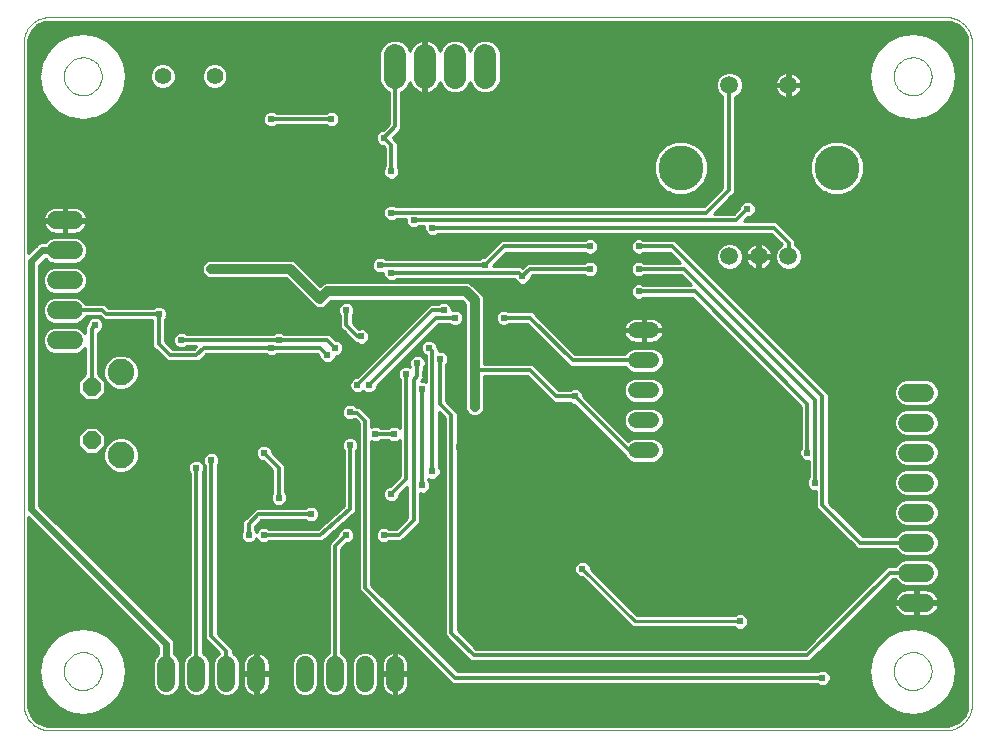
<source format=gbl>
G75*
G70*
%OFA0B0*%
%FSLAX24Y24*%
%IPPOS*%
%LPD*%
%AMOC8*
5,1,8,0,0,1.08239X$1,22.5*
%
%ADD10C,0.0000*%
%ADD11C,0.0520*%
%ADD12OC8,0.0600*%
%ADD13C,0.0885*%
%ADD14C,0.0554*%
%ADD15C,0.0594*%
%ADD16C,0.0740*%
%ADD17C,0.0594*%
%ADD18C,0.1500*%
%ADD19C,0.0160*%
%ADD20C,0.0242*%
%ADD21C,0.0100*%
%ADD22C,0.0320*%
%ADD23C,0.0120*%
%ADD24C,0.0240*%
D10*
X003197Y007660D02*
X033224Y007660D01*
X033281Y007666D01*
X033338Y007676D01*
X033394Y007690D01*
X033449Y007708D01*
X033503Y007729D01*
X033555Y007754D01*
X033605Y007783D01*
X033653Y007815D01*
X033699Y007850D01*
X033743Y007888D01*
X033783Y007928D01*
X033821Y007972D01*
X033856Y008018D01*
X033888Y008066D01*
X033917Y008116D01*
X033942Y008168D01*
X033963Y008222D01*
X033981Y008277D01*
X033995Y008333D01*
X034005Y008390D01*
X034011Y008447D01*
X034011Y030637D01*
X034011Y030638D02*
X034005Y030695D01*
X033995Y030752D01*
X033981Y030808D01*
X033963Y030863D01*
X033942Y030917D01*
X033917Y030969D01*
X033888Y031019D01*
X033856Y031067D01*
X033821Y031113D01*
X033783Y031157D01*
X033743Y031197D01*
X033699Y031235D01*
X033653Y031270D01*
X033605Y031302D01*
X033555Y031331D01*
X033503Y031356D01*
X033449Y031377D01*
X033394Y031395D01*
X033338Y031409D01*
X033281Y031419D01*
X033224Y031425D01*
X003197Y031425D01*
X003140Y031419D01*
X003083Y031409D01*
X003027Y031395D01*
X002972Y031377D01*
X002918Y031356D01*
X002866Y031331D01*
X002816Y031302D01*
X002768Y031270D01*
X002722Y031235D01*
X002678Y031197D01*
X002638Y031157D01*
X002600Y031113D01*
X002565Y031067D01*
X002533Y031019D01*
X002504Y030969D01*
X002479Y030917D01*
X002458Y030863D01*
X002440Y030808D01*
X002426Y030752D01*
X002416Y030695D01*
X002410Y030638D01*
X002410Y030637D02*
X002410Y008447D01*
X002416Y008390D01*
X002426Y008333D01*
X002440Y008277D01*
X002458Y008222D01*
X002479Y008168D01*
X002504Y008116D01*
X002533Y008066D01*
X002565Y008018D01*
X002600Y007972D01*
X002638Y007928D01*
X002678Y007888D01*
X002722Y007850D01*
X002768Y007815D01*
X002816Y007783D01*
X002866Y007754D01*
X002918Y007729D01*
X002972Y007708D01*
X003027Y007690D01*
X003083Y007676D01*
X003140Y007666D01*
X003197Y007660D01*
X003749Y009629D02*
X003751Y009679D01*
X003757Y009729D01*
X003767Y009778D01*
X003781Y009826D01*
X003798Y009873D01*
X003819Y009918D01*
X003844Y009962D01*
X003872Y010003D01*
X003904Y010042D01*
X003938Y010079D01*
X003975Y010113D01*
X004015Y010143D01*
X004057Y010170D01*
X004101Y010194D01*
X004147Y010215D01*
X004194Y010231D01*
X004242Y010244D01*
X004292Y010253D01*
X004341Y010258D01*
X004392Y010259D01*
X004442Y010256D01*
X004491Y010249D01*
X004540Y010238D01*
X004588Y010223D01*
X004634Y010205D01*
X004679Y010183D01*
X004722Y010157D01*
X004763Y010128D01*
X004802Y010096D01*
X004838Y010061D01*
X004870Y010023D01*
X004900Y009983D01*
X004927Y009940D01*
X004950Y009896D01*
X004969Y009850D01*
X004985Y009802D01*
X004997Y009753D01*
X005005Y009704D01*
X005009Y009654D01*
X005009Y009604D01*
X005005Y009554D01*
X004997Y009505D01*
X004985Y009456D01*
X004969Y009408D01*
X004950Y009362D01*
X004927Y009318D01*
X004900Y009275D01*
X004870Y009235D01*
X004838Y009197D01*
X004802Y009162D01*
X004763Y009130D01*
X004722Y009101D01*
X004679Y009075D01*
X004634Y009053D01*
X004588Y009035D01*
X004540Y009020D01*
X004491Y009009D01*
X004442Y009002D01*
X004392Y008999D01*
X004341Y009000D01*
X004292Y009005D01*
X004242Y009014D01*
X004194Y009027D01*
X004147Y009043D01*
X004101Y009064D01*
X004057Y009088D01*
X004015Y009115D01*
X003975Y009145D01*
X003938Y009179D01*
X003904Y009216D01*
X003872Y009255D01*
X003844Y009296D01*
X003819Y009340D01*
X003798Y009385D01*
X003781Y009432D01*
X003767Y009480D01*
X003757Y009529D01*
X003751Y009579D01*
X003749Y009629D01*
X003749Y029456D02*
X003751Y029506D01*
X003757Y029556D01*
X003767Y029605D01*
X003781Y029653D01*
X003798Y029700D01*
X003819Y029745D01*
X003844Y029789D01*
X003872Y029830D01*
X003904Y029869D01*
X003938Y029906D01*
X003975Y029940D01*
X004015Y029970D01*
X004057Y029997D01*
X004101Y030021D01*
X004147Y030042D01*
X004194Y030058D01*
X004242Y030071D01*
X004292Y030080D01*
X004341Y030085D01*
X004392Y030086D01*
X004442Y030083D01*
X004491Y030076D01*
X004540Y030065D01*
X004588Y030050D01*
X004634Y030032D01*
X004679Y030010D01*
X004722Y029984D01*
X004763Y029955D01*
X004802Y029923D01*
X004838Y029888D01*
X004870Y029850D01*
X004900Y029810D01*
X004927Y029767D01*
X004950Y029723D01*
X004969Y029677D01*
X004985Y029629D01*
X004997Y029580D01*
X005005Y029531D01*
X005009Y029481D01*
X005009Y029431D01*
X005005Y029381D01*
X004997Y029332D01*
X004985Y029283D01*
X004969Y029235D01*
X004950Y029189D01*
X004927Y029145D01*
X004900Y029102D01*
X004870Y029062D01*
X004838Y029024D01*
X004802Y028989D01*
X004763Y028957D01*
X004722Y028928D01*
X004679Y028902D01*
X004634Y028880D01*
X004588Y028862D01*
X004540Y028847D01*
X004491Y028836D01*
X004442Y028829D01*
X004392Y028826D01*
X004341Y028827D01*
X004292Y028832D01*
X004242Y028841D01*
X004194Y028854D01*
X004147Y028870D01*
X004101Y028891D01*
X004057Y028915D01*
X004015Y028942D01*
X003975Y028972D01*
X003938Y029006D01*
X003904Y029043D01*
X003872Y029082D01*
X003844Y029123D01*
X003819Y029167D01*
X003798Y029212D01*
X003781Y029259D01*
X003767Y029307D01*
X003757Y029356D01*
X003751Y029406D01*
X003749Y029456D01*
X031413Y029456D02*
X031415Y029506D01*
X031421Y029556D01*
X031431Y029605D01*
X031445Y029653D01*
X031462Y029700D01*
X031483Y029745D01*
X031508Y029789D01*
X031536Y029830D01*
X031568Y029869D01*
X031602Y029906D01*
X031639Y029940D01*
X031679Y029970D01*
X031721Y029997D01*
X031765Y030021D01*
X031811Y030042D01*
X031858Y030058D01*
X031906Y030071D01*
X031956Y030080D01*
X032005Y030085D01*
X032056Y030086D01*
X032106Y030083D01*
X032155Y030076D01*
X032204Y030065D01*
X032252Y030050D01*
X032298Y030032D01*
X032343Y030010D01*
X032386Y029984D01*
X032427Y029955D01*
X032466Y029923D01*
X032502Y029888D01*
X032534Y029850D01*
X032564Y029810D01*
X032591Y029767D01*
X032614Y029723D01*
X032633Y029677D01*
X032649Y029629D01*
X032661Y029580D01*
X032669Y029531D01*
X032673Y029481D01*
X032673Y029431D01*
X032669Y029381D01*
X032661Y029332D01*
X032649Y029283D01*
X032633Y029235D01*
X032614Y029189D01*
X032591Y029145D01*
X032564Y029102D01*
X032534Y029062D01*
X032502Y029024D01*
X032466Y028989D01*
X032427Y028957D01*
X032386Y028928D01*
X032343Y028902D01*
X032298Y028880D01*
X032252Y028862D01*
X032204Y028847D01*
X032155Y028836D01*
X032106Y028829D01*
X032056Y028826D01*
X032005Y028827D01*
X031956Y028832D01*
X031906Y028841D01*
X031858Y028854D01*
X031811Y028870D01*
X031765Y028891D01*
X031721Y028915D01*
X031679Y028942D01*
X031639Y028972D01*
X031602Y029006D01*
X031568Y029043D01*
X031536Y029082D01*
X031508Y029123D01*
X031483Y029167D01*
X031462Y029212D01*
X031445Y029259D01*
X031431Y029307D01*
X031421Y029356D01*
X031415Y029406D01*
X031413Y029456D01*
X031413Y009629D02*
X031415Y009679D01*
X031421Y009729D01*
X031431Y009778D01*
X031445Y009826D01*
X031462Y009873D01*
X031483Y009918D01*
X031508Y009962D01*
X031536Y010003D01*
X031568Y010042D01*
X031602Y010079D01*
X031639Y010113D01*
X031679Y010143D01*
X031721Y010170D01*
X031765Y010194D01*
X031811Y010215D01*
X031858Y010231D01*
X031906Y010244D01*
X031956Y010253D01*
X032005Y010258D01*
X032056Y010259D01*
X032106Y010256D01*
X032155Y010249D01*
X032204Y010238D01*
X032252Y010223D01*
X032298Y010205D01*
X032343Y010183D01*
X032386Y010157D01*
X032427Y010128D01*
X032466Y010096D01*
X032502Y010061D01*
X032534Y010023D01*
X032564Y009983D01*
X032591Y009940D01*
X032614Y009896D01*
X032633Y009850D01*
X032649Y009802D01*
X032661Y009753D01*
X032669Y009704D01*
X032673Y009654D01*
X032673Y009604D01*
X032669Y009554D01*
X032661Y009505D01*
X032649Y009456D01*
X032633Y009408D01*
X032614Y009362D01*
X032591Y009318D01*
X032564Y009275D01*
X032534Y009235D01*
X032502Y009197D01*
X032466Y009162D01*
X032427Y009130D01*
X032386Y009101D01*
X032343Y009075D01*
X032298Y009053D01*
X032252Y009035D01*
X032204Y009020D01*
X032155Y009009D01*
X032106Y009002D01*
X032056Y008999D01*
X032005Y009000D01*
X031956Y009005D01*
X031906Y009014D01*
X031858Y009027D01*
X031811Y009043D01*
X031765Y009064D01*
X031721Y009088D01*
X031679Y009115D01*
X031639Y009145D01*
X031602Y009179D01*
X031568Y009216D01*
X031536Y009255D01*
X031508Y009296D01*
X031483Y009340D01*
X031462Y009385D01*
X031445Y009432D01*
X031431Y009480D01*
X031421Y009529D01*
X031415Y009579D01*
X031413Y009629D01*
D11*
X023335Y016988D02*
X022815Y016988D01*
X022815Y017988D02*
X023335Y017988D01*
X023335Y018988D02*
X022815Y018988D01*
X022815Y019988D02*
X023335Y019988D01*
X023335Y020988D02*
X022815Y020988D01*
D12*
X004670Y019100D03*
X004670Y017320D03*
D13*
X005650Y016830D03*
X005650Y019590D03*
D14*
X007044Y029460D03*
X008776Y029460D03*
D15*
X004082Y024660D02*
X003488Y024660D01*
X003488Y023660D02*
X004082Y023660D01*
X004082Y022660D02*
X003488Y022660D01*
X003488Y021660D02*
X004082Y021660D01*
X004082Y020660D02*
X003488Y020660D01*
X007160Y009832D02*
X007160Y009238D01*
X008160Y009238D02*
X008160Y009832D01*
X009160Y009832D02*
X009160Y009238D01*
X010160Y009238D02*
X010160Y009832D01*
X011785Y009832D02*
X011785Y009238D01*
X012785Y009238D02*
X012785Y009832D01*
X013785Y009832D02*
X013785Y009238D01*
X014785Y009238D02*
X014785Y009832D01*
X031863Y011910D02*
X032457Y011910D01*
X032457Y012910D02*
X031863Y012910D01*
X031863Y013910D02*
X032457Y013910D01*
X032457Y014910D02*
X031863Y014910D01*
X031863Y015910D02*
X032457Y015910D01*
X032457Y016910D02*
X031863Y016910D01*
X031863Y017910D02*
X032457Y017910D01*
X032457Y018910D02*
X031863Y018910D01*
D16*
X017785Y029415D02*
X017785Y030155D01*
X016785Y030155D02*
X016785Y029415D01*
X015785Y029415D02*
X015785Y030155D01*
X014785Y030155D02*
X014785Y029415D01*
D17*
X025926Y029166D03*
X027894Y029166D03*
X027894Y023457D03*
X026910Y023457D03*
X025926Y023457D03*
D18*
X024312Y026410D03*
X029508Y026410D03*
D19*
X023075Y021170D02*
X023075Y020988D01*
X017445Y026650D02*
X017346Y026749D01*
D20*
X017320Y027025D03*
X016570Y027025D03*
X016570Y026650D03*
X016195Y026650D03*
X016195Y027025D03*
X014660Y026285D03*
X014410Y027410D03*
X012660Y028035D03*
X010660Y028035D03*
X010285Y026645D03*
X010285Y025520D03*
X009285Y024585D03*
X009535Y024335D03*
X009785Y024085D03*
X010035Y023835D03*
X010285Y023460D03*
X010285Y022335D03*
X010285Y021710D03*
X010285Y021085D03*
X010910Y020660D03*
X010660Y020410D03*
X011035Y020085D03*
X011660Y020085D03*
X012160Y020085D03*
X012535Y020160D03*
X012785Y020410D03*
X013660Y020785D03*
X013973Y021054D03*
X014348Y021054D03*
X014723Y021054D03*
X013973Y020179D03*
X013723Y019804D03*
X013910Y019160D03*
X013535Y019160D03*
X014098Y018804D03*
X014348Y018804D03*
X015160Y019535D03*
X015535Y019910D03*
X015785Y019523D03*
X015691Y019035D03*
X016285Y020035D03*
X015910Y020410D03*
X017035Y021023D03*
X016785Y021410D03*
X016410Y021660D03*
X017848Y021085D03*
X018410Y021410D03*
X018848Y021116D03*
X019598Y020491D03*
X019973Y020054D03*
X018598Y020054D03*
X018660Y019085D03*
X018660Y018710D03*
X018660Y018335D03*
X018035Y017710D03*
X017441Y018441D03*
X017035Y017960D03*
X016910Y017085D03*
X016035Y016285D03*
X015691Y015816D03*
X014660Y015535D03*
X014160Y015335D03*
X014410Y014160D03*
X013160Y014160D03*
X012910Y015335D03*
X012035Y015335D03*
X011985Y014860D03*
X010910Y015410D03*
X010410Y014160D03*
X009910Y014160D03*
X009660Y013210D03*
X011210Y012910D03*
X007660Y013210D03*
X007660Y013460D03*
X007410Y013460D03*
X007410Y013210D03*
X008160Y016410D03*
X007785Y016585D03*
X007285Y016585D03*
X007285Y017085D03*
X008660Y016660D03*
X009535Y017085D03*
X009535Y017835D03*
X009285Y018270D03*
X010285Y018145D03*
X010410Y019085D03*
X011035Y019085D03*
X011285Y018585D03*
X011660Y019085D03*
X012160Y019085D03*
X012160Y018835D03*
X012160Y018585D03*
X012660Y018585D03*
X012660Y018835D03*
X012660Y019085D03*
X013285Y018254D03*
X014129Y017535D03*
X014754Y017535D03*
X014660Y017085D03*
X013285Y017160D03*
X012660Y017085D03*
X012035Y017085D03*
X010410Y016910D03*
X009285Y019835D03*
X009285Y021085D03*
X009285Y021710D03*
X009285Y022335D03*
X008660Y023035D03*
X008910Y023585D03*
X008660Y023835D03*
X008410Y024085D03*
X008160Y024335D03*
X007910Y024585D03*
X007660Y024835D03*
X007410Y025085D03*
X007160Y025395D03*
X007160Y026020D03*
X007160Y026645D03*
X007535Y027145D03*
X007535Y027645D03*
X008660Y027645D03*
X008660Y027020D03*
X008910Y026645D03*
X008910Y026270D03*
X008910Y025645D03*
X008785Y025085D03*
X009035Y024835D03*
X011285Y024020D03*
X012598Y023804D03*
X012598Y022804D03*
X012285Y022035D03*
X012785Y021835D03*
X012785Y021460D03*
X013160Y021660D03*
X013473Y021835D03*
X013473Y021460D03*
X013535Y022770D03*
X013535Y023145D03*
X014285Y023160D03*
X014660Y022910D03*
X015973Y023804D03*
X016035Y024410D03*
X015410Y024660D03*
X014660Y024910D03*
X013160Y025645D03*
X012570Y025025D03*
X011285Y022460D03*
X011535Y022210D03*
X007660Y020660D03*
X006910Y021535D03*
X004785Y021160D03*
X003035Y018210D03*
X003035Y017585D03*
X002785Y025520D03*
X002785Y026270D03*
X002785Y027020D03*
X003785Y027020D03*
X004785Y027020D03*
X006035Y027020D03*
X003570Y031150D03*
X010820Y031025D03*
X012195Y031025D03*
X013820Y031025D03*
X015445Y031025D03*
X018320Y027025D03*
X019195Y027025D03*
X019195Y026775D03*
X019195Y026525D03*
X017598Y023804D03*
X017785Y023160D03*
X017848Y022554D03*
X019035Y022785D03*
X019598Y022679D03*
X020348Y022304D03*
X020035Y021895D03*
X021320Y021775D03*
X021285Y022645D03*
X021285Y023035D03*
X020695Y023400D03*
X021285Y023785D03*
X022910Y023785D03*
X023285Y023395D03*
X022910Y023035D03*
X023285Y022645D03*
X022910Y022285D03*
X023910Y023395D03*
X024285Y022645D03*
X024910Y023770D03*
X026535Y025035D03*
X023820Y019400D03*
X022348Y018429D03*
X021223Y018804D03*
X020785Y018785D03*
X020785Y018335D03*
X020410Y018335D03*
X020785Y017335D03*
X019285Y017585D03*
X019285Y016835D03*
X018660Y015835D03*
X018035Y015835D03*
X019285Y015085D03*
X019535Y015085D03*
X019785Y015085D03*
X019785Y014460D03*
X019785Y014085D03*
X019285Y014460D03*
X019785Y013335D03*
X019735Y012910D03*
X019735Y012160D03*
X019735Y010785D03*
X020485Y010785D03*
X021110Y011285D03*
X021785Y010960D03*
X022160Y011335D03*
X022985Y011660D03*
X023485Y011660D03*
X023035Y010835D03*
X022160Y009835D03*
X022160Y008960D03*
X022535Y008960D03*
X024410Y008960D03*
X024910Y009835D03*
X026160Y010835D03*
X026285Y011285D03*
X026360Y012785D03*
X026360Y013160D03*
X026110Y013535D03*
X026110Y013910D03*
X025735Y014160D03*
X025485Y014160D03*
X024985Y014910D03*
X023860Y014910D03*
X023235Y014410D03*
X022610Y014785D03*
X022235Y014785D03*
X021860Y014785D03*
X023235Y013535D03*
X023235Y012660D03*
X025423Y012691D03*
X025673Y012691D03*
X026735Y012785D03*
X028360Y012285D03*
X028360Y011785D03*
X028360Y011285D03*
X028360Y010535D03*
X027910Y009835D03*
X029035Y009410D03*
X029035Y007960D03*
X031535Y007960D03*
X033035Y008085D03*
X033660Y008960D03*
X033660Y010835D03*
X029360Y011785D03*
X028735Y013910D03*
X028235Y013910D03*
X027985Y014535D03*
X027985Y015535D03*
X028235Y016285D03*
X028785Y015910D03*
X028535Y016910D03*
X024860Y016910D03*
X024860Y016410D03*
X024110Y016410D03*
X024110Y016910D03*
X023729Y017510D03*
X022354Y016760D03*
X021223Y019429D03*
X017441Y019660D03*
X017191Y014210D03*
X017910Y012835D03*
X017910Y012460D03*
X017910Y012085D03*
X017441Y010960D03*
X016223Y011929D03*
X015610Y014160D03*
X017410Y009835D03*
X017410Y009085D03*
X018660Y008960D03*
X018035Y007960D03*
X020535Y009835D03*
X021035Y013035D03*
X024695Y031150D03*
D21*
X025673Y029545D02*
X025547Y029419D01*
X025479Y029255D01*
X025479Y029077D01*
X025547Y028913D01*
X025673Y028787D01*
X025700Y028776D01*
X025700Y025747D01*
X025073Y025120D01*
X014833Y025120D01*
X014814Y025140D01*
X014714Y025181D01*
X014606Y025181D01*
X014506Y025140D01*
X014430Y025064D01*
X014389Y024964D01*
X014389Y024856D01*
X014430Y024756D01*
X014506Y024680D01*
X014606Y024639D01*
X014714Y024639D01*
X014814Y024680D01*
X014833Y024700D01*
X015139Y024700D01*
X015139Y024606D01*
X015180Y024506D01*
X015256Y024430D01*
X015356Y024389D01*
X015464Y024389D01*
X015564Y024430D01*
X015583Y024450D01*
X015764Y024450D01*
X015764Y024356D01*
X015805Y024256D01*
X015881Y024180D01*
X015981Y024139D01*
X016089Y024139D01*
X016189Y024180D01*
X016208Y024200D01*
X027323Y024200D01*
X027674Y023849D01*
X027641Y023836D01*
X027515Y023710D01*
X027447Y023546D01*
X027447Y023368D01*
X027515Y023204D01*
X027641Y023078D01*
X027805Y023010D01*
X027983Y023010D01*
X028147Y023078D01*
X028273Y023204D01*
X028341Y023368D01*
X028341Y023546D01*
X028273Y023710D01*
X028147Y023836D01*
X028120Y023847D01*
X028120Y023997D01*
X027997Y024120D01*
X027997Y024120D01*
X027620Y024497D01*
X027497Y024620D01*
X026417Y024620D01*
X026561Y024764D01*
X026589Y024764D01*
X026689Y024805D01*
X026765Y024881D01*
X026806Y024981D01*
X026806Y025089D01*
X026765Y025189D01*
X026689Y025265D01*
X026589Y025306D01*
X026481Y025306D01*
X026381Y025265D01*
X026305Y025189D01*
X026264Y025089D01*
X026264Y025061D01*
X026073Y024870D01*
X025417Y024870D01*
X025997Y025450D01*
X026120Y025573D01*
X026120Y028763D01*
X026179Y028787D01*
X026305Y028913D01*
X026373Y029077D01*
X026373Y029255D01*
X026305Y029419D01*
X026179Y029545D01*
X026015Y029613D01*
X025837Y029613D01*
X025673Y029545D01*
X025655Y029527D02*
X018305Y029527D01*
X018305Y029429D02*
X025556Y029429D01*
X025510Y029330D02*
X018305Y029330D01*
X018305Y029312D02*
X018305Y030258D01*
X018226Y030450D01*
X018080Y030596D01*
X017888Y030675D01*
X017682Y030675D01*
X017490Y030596D01*
X017344Y030450D01*
X017285Y030307D01*
X017226Y030450D01*
X017080Y030596D01*
X016888Y030675D01*
X016682Y030675D01*
X016490Y030596D01*
X016344Y030450D01*
X016284Y030303D01*
X016267Y030355D01*
X016230Y030428D01*
X016182Y030494D01*
X016124Y030552D01*
X016058Y030600D01*
X015985Y030637D01*
X015907Y030662D01*
X015835Y030674D01*
X015835Y029835D01*
X015735Y029835D01*
X015735Y030674D01*
X015663Y030662D01*
X015585Y030637D01*
X015512Y030600D01*
X015446Y030552D01*
X015388Y030494D01*
X015340Y030428D01*
X015303Y030355D01*
X015286Y030303D01*
X015226Y030450D01*
X015080Y030596D01*
X014888Y030675D01*
X014682Y030675D01*
X014490Y030596D01*
X014344Y030450D01*
X014265Y030258D01*
X014265Y029312D01*
X014344Y029120D01*
X014490Y028974D01*
X014575Y028939D01*
X014575Y027872D01*
X014384Y027681D01*
X014356Y027681D01*
X014256Y027640D01*
X014180Y027564D01*
X014139Y027464D01*
X014139Y027356D01*
X014180Y027256D01*
X014256Y027180D01*
X014356Y027139D01*
X014384Y027139D01*
X014450Y027073D01*
X014450Y026458D01*
X014430Y026439D01*
X014389Y026339D01*
X014389Y026231D01*
X014430Y026131D01*
X014506Y026055D01*
X014606Y026014D01*
X014714Y026014D01*
X014814Y026055D01*
X014890Y026131D01*
X014931Y026231D01*
X014931Y026339D01*
X014890Y026439D01*
X014870Y026458D01*
X014870Y027247D01*
X014707Y027410D01*
X014995Y027698D01*
X014995Y028939D01*
X015080Y028974D01*
X015226Y029120D01*
X015286Y029267D01*
X015303Y029215D01*
X015340Y029142D01*
X015388Y029076D01*
X015446Y029018D01*
X015512Y028970D01*
X015585Y028933D01*
X015663Y028908D01*
X015735Y028896D01*
X015735Y029735D01*
X015835Y029735D01*
X015835Y028896D01*
X015907Y028908D01*
X015985Y028933D01*
X016058Y028970D01*
X016124Y029018D01*
X016182Y029076D01*
X016230Y029142D01*
X016267Y029215D01*
X016284Y029267D01*
X016344Y029120D01*
X016490Y028974D01*
X016682Y028895D01*
X016888Y028895D01*
X017080Y028974D01*
X017226Y029120D01*
X017285Y029263D01*
X017344Y029120D01*
X017490Y028974D01*
X017682Y028895D01*
X017888Y028895D01*
X018080Y028974D01*
X018226Y029120D01*
X018305Y029312D01*
X018272Y029232D02*
X025479Y029232D01*
X025479Y029133D02*
X018231Y029133D01*
X018140Y029035D02*
X025496Y029035D01*
X025537Y028936D02*
X017988Y028936D01*
X017582Y028936D02*
X016988Y028936D01*
X017140Y029035D02*
X017430Y029035D01*
X017339Y029133D02*
X017231Y029133D01*
X017272Y029232D02*
X017298Y029232D01*
X016582Y028936D02*
X015990Y028936D01*
X015835Y028936D02*
X015735Y028936D01*
X015735Y029035D02*
X015835Y029035D01*
X015835Y029133D02*
X015735Y029133D01*
X015735Y029232D02*
X015835Y029232D01*
X015835Y029330D02*
X015735Y029330D01*
X015735Y029429D02*
X015835Y029429D01*
X015835Y029527D02*
X015735Y029527D01*
X015735Y029626D02*
X015835Y029626D01*
X015835Y029724D02*
X015735Y029724D01*
X015735Y029921D02*
X015835Y029921D01*
X015835Y030020D02*
X015735Y030020D01*
X015735Y030118D02*
X015835Y030118D01*
X015835Y030217D02*
X015735Y030217D01*
X015735Y030315D02*
X015835Y030315D01*
X015835Y030414D02*
X015735Y030414D01*
X015735Y030512D02*
X015835Y030512D01*
X015835Y030611D02*
X015735Y030611D01*
X015534Y030611D02*
X015044Y030611D01*
X015163Y030512D02*
X015407Y030512D01*
X015333Y030414D02*
X015241Y030414D01*
X015282Y030315D02*
X015290Y030315D01*
X014526Y030611D02*
X005251Y030611D01*
X005231Y030630D02*
X005231Y030630D01*
X004827Y030836D01*
X004827Y030836D01*
X004379Y030907D01*
X004379Y030907D01*
X003930Y030836D01*
X003526Y030630D01*
X003526Y030630D01*
X003205Y030309D01*
X002998Y029905D01*
X002998Y029905D01*
X002927Y029456D01*
X002998Y029008D01*
X003205Y028603D01*
X003526Y028282D01*
X003930Y028076D01*
X004379Y028005D01*
X004827Y028076D01*
X005231Y028282D01*
X005231Y028282D01*
X005552Y028603D01*
X005552Y028603D01*
X005759Y029008D01*
X005830Y029456D01*
X005759Y029905D01*
X005552Y030309D01*
X005231Y030630D01*
X005350Y030512D02*
X014407Y030512D01*
X014329Y030414D02*
X005448Y030414D01*
X005547Y030315D02*
X014288Y030315D01*
X014265Y030217D02*
X005600Y030217D01*
X005552Y030309D02*
X005552Y030309D01*
X005650Y030118D02*
X014265Y030118D01*
X014265Y030020D02*
X005700Y030020D01*
X005750Y029921D02*
X014265Y029921D01*
X014265Y029823D02*
X009017Y029823D01*
X009018Y029822D02*
X008861Y029887D01*
X008691Y029887D01*
X008534Y029822D01*
X008414Y029702D01*
X008349Y029545D01*
X008349Y029375D01*
X008414Y029218D01*
X008534Y029098D01*
X008691Y029033D01*
X008861Y029033D01*
X009018Y029098D01*
X009138Y029218D01*
X009203Y029375D01*
X009203Y029545D01*
X009138Y029702D01*
X009018Y029822D01*
X009116Y029724D02*
X014265Y029724D01*
X014265Y029626D02*
X009170Y029626D01*
X009203Y029527D02*
X014265Y029527D01*
X014265Y029429D02*
X009203Y029429D01*
X009185Y029330D02*
X014265Y029330D01*
X014298Y029232D02*
X009144Y029232D01*
X009053Y029133D02*
X014339Y029133D01*
X014430Y029035D02*
X008865Y029035D01*
X008687Y029035D02*
X007133Y029035D01*
X007129Y029033D02*
X007286Y029098D01*
X007406Y029218D01*
X007471Y029375D01*
X007471Y029545D01*
X007406Y029702D01*
X007286Y029822D01*
X007129Y029887D01*
X006959Y029887D01*
X006802Y029822D01*
X006682Y029702D01*
X006617Y029545D01*
X006617Y029375D01*
X006682Y029218D01*
X006802Y029098D01*
X006959Y029033D01*
X007129Y029033D01*
X006955Y029035D02*
X005763Y029035D01*
X005759Y029008D02*
X005759Y029008D01*
X005722Y028936D02*
X014575Y028936D01*
X014575Y028838D02*
X005672Y028838D01*
X005622Y028739D02*
X014575Y028739D01*
X014575Y028641D02*
X005571Y028641D01*
X005491Y028542D02*
X014575Y028542D01*
X014575Y028444D02*
X005393Y028444D01*
X005294Y028345D02*
X014575Y028345D01*
X014575Y028247D02*
X012832Y028247D01*
X012814Y028265D02*
X012714Y028306D01*
X012606Y028306D01*
X012506Y028265D01*
X012487Y028245D01*
X010833Y028245D01*
X010814Y028265D01*
X010714Y028306D01*
X010606Y028306D01*
X010506Y028265D01*
X010430Y028189D01*
X010389Y028089D01*
X010389Y027981D01*
X010430Y027881D01*
X010506Y027805D01*
X010606Y027764D01*
X010714Y027764D01*
X010814Y027805D01*
X010833Y027825D01*
X012487Y027825D01*
X012506Y027805D01*
X012606Y027764D01*
X012714Y027764D01*
X012814Y027805D01*
X012890Y027881D01*
X012931Y027981D01*
X012931Y028089D01*
X012890Y028189D01*
X012814Y028265D01*
X012907Y028148D02*
X014575Y028148D01*
X014575Y028050D02*
X012931Y028050D01*
X012919Y027951D02*
X014575Y027951D01*
X014556Y027853D02*
X012861Y027853D01*
X012488Y028247D02*
X010832Y028247D01*
X010488Y028247D02*
X005161Y028247D01*
X005231Y028282D02*
X005231Y028282D01*
X004968Y028148D02*
X010413Y028148D01*
X010389Y028050D02*
X004659Y028050D01*
X004827Y028076D02*
X004827Y028076D01*
X004379Y028005D02*
X004379Y028005D01*
X004098Y028050D02*
X002560Y028050D01*
X002560Y028148D02*
X003789Y028148D01*
X003930Y028076D02*
X003930Y028076D01*
X003596Y028247D02*
X002560Y028247D01*
X002560Y028345D02*
X003463Y028345D01*
X003526Y028282D02*
X003526Y028282D01*
X003364Y028444D02*
X002560Y028444D01*
X002560Y028542D02*
X003266Y028542D01*
X003205Y028603D02*
X003205Y028603D01*
X003186Y028641D02*
X002560Y028641D01*
X002560Y028739D02*
X003135Y028739D01*
X003085Y028838D02*
X002560Y028838D01*
X002560Y028936D02*
X003035Y028936D01*
X002998Y029008D02*
X002998Y029008D01*
X002994Y029035D02*
X002560Y029035D01*
X002560Y029133D02*
X002979Y029133D01*
X002963Y029232D02*
X002560Y029232D01*
X002560Y029330D02*
X002947Y029330D01*
X002932Y029429D02*
X002560Y029429D01*
X002560Y029527D02*
X002939Y029527D01*
X002927Y029456D02*
X002927Y029456D01*
X002954Y029626D02*
X002560Y029626D01*
X002560Y029724D02*
X002970Y029724D01*
X002985Y029823D02*
X002560Y029823D01*
X002560Y029921D02*
X003007Y029921D01*
X003057Y030020D02*
X002560Y030020D01*
X002560Y030118D02*
X003107Y030118D01*
X003157Y030217D02*
X002560Y030217D01*
X002560Y030315D02*
X003210Y030315D01*
X003205Y030309D02*
X003205Y030309D01*
X003309Y030414D02*
X002560Y030414D01*
X002560Y030512D02*
X003407Y030512D01*
X003506Y030611D02*
X002560Y030611D01*
X002560Y030629D02*
X002580Y030749D01*
X002684Y030975D01*
X002860Y031151D01*
X003086Y031255D01*
X003206Y031275D01*
X033215Y031275D01*
X033336Y031255D01*
X033562Y031151D01*
X033737Y030975D01*
X033841Y030749D01*
X033861Y030629D01*
X033861Y008456D01*
X033841Y008336D01*
X033737Y008110D01*
X033562Y007934D01*
X033336Y007830D01*
X033215Y007810D01*
X003206Y007810D01*
X003086Y007830D01*
X002860Y007934D01*
X002684Y008110D01*
X002580Y008336D01*
X002560Y008456D01*
X002560Y014753D01*
X006890Y010423D01*
X006890Y010194D01*
X006781Y010085D01*
X006713Y009921D01*
X006713Y009149D01*
X006781Y008985D01*
X006907Y008859D01*
X007071Y008791D01*
X007249Y008791D01*
X007413Y008859D01*
X007539Y008985D01*
X007607Y009149D01*
X007607Y009921D01*
X007539Y010085D01*
X007430Y010194D01*
X007430Y010589D01*
X007389Y010688D01*
X002930Y015147D01*
X002930Y023173D01*
X003137Y023380D01*
X003235Y023281D01*
X003399Y023213D01*
X004171Y023213D01*
X004335Y023281D01*
X004461Y023407D01*
X004529Y023571D01*
X004529Y023749D01*
X004461Y023913D01*
X004335Y024039D01*
X004171Y024107D01*
X003399Y024107D01*
X003235Y024039D01*
X003126Y023930D01*
X002981Y023930D01*
X002882Y023889D01*
X002806Y023813D01*
X002560Y023567D01*
X002560Y030629D01*
X002573Y030709D02*
X003680Y030709D01*
X003874Y030808D02*
X002607Y030808D01*
X002652Y030906D02*
X004370Y030906D01*
X004387Y030906D02*
X032035Y030906D01*
X032043Y030907D02*
X031594Y030836D01*
X031190Y030630D01*
X030869Y030309D01*
X030663Y029905D01*
X030663Y029905D01*
X030592Y029456D01*
X030663Y029008D01*
X030869Y028603D01*
X031190Y028282D01*
X031594Y028076D01*
X031594Y028076D01*
X032043Y028005D01*
X032491Y028076D01*
X032491Y028076D01*
X032896Y028282D01*
X033217Y028603D01*
X033217Y028603D01*
X033423Y029008D01*
X033494Y029456D01*
X033494Y029456D01*
X033423Y029905D01*
X033217Y030309D01*
X032896Y030630D01*
X032491Y030836D01*
X032043Y030907D01*
X032043Y030907D01*
X032051Y030906D02*
X033769Y030906D01*
X033814Y030808D02*
X032548Y030808D01*
X032491Y030836D02*
X032491Y030836D01*
X032741Y030709D02*
X033848Y030709D01*
X033861Y030611D02*
X032915Y030611D01*
X032896Y030630D02*
X032896Y030630D01*
X033014Y030512D02*
X033861Y030512D01*
X033861Y030414D02*
X033112Y030414D01*
X033211Y030315D02*
X033861Y030315D01*
X033861Y030217D02*
X033264Y030217D01*
X033217Y030309D02*
X033217Y030309D01*
X033314Y030118D02*
X033861Y030118D01*
X033861Y030020D02*
X033364Y030020D01*
X033415Y029921D02*
X033861Y029921D01*
X033861Y029823D02*
X033436Y029823D01*
X033452Y029724D02*
X033861Y029724D01*
X033861Y029626D02*
X033467Y029626D01*
X033483Y029527D02*
X033861Y029527D01*
X033861Y029429D02*
X033490Y029429D01*
X033474Y029330D02*
X033861Y029330D01*
X033861Y029232D02*
X033458Y029232D01*
X033443Y029133D02*
X033861Y029133D01*
X033861Y029035D02*
X033427Y029035D01*
X033423Y029008D02*
X033423Y029008D01*
X033386Y028936D02*
X033861Y028936D01*
X033861Y028838D02*
X033336Y028838D01*
X033286Y028739D02*
X033861Y028739D01*
X033861Y028641D02*
X033236Y028641D01*
X033156Y028542D02*
X033861Y028542D01*
X033861Y028444D02*
X033057Y028444D01*
X032959Y028345D02*
X033861Y028345D01*
X033861Y028247D02*
X032826Y028247D01*
X032896Y028282D02*
X032896Y028282D01*
X032632Y028148D02*
X033861Y028148D01*
X033861Y028050D02*
X032323Y028050D01*
X032043Y028005D02*
X032043Y028005D01*
X031763Y028050D02*
X026120Y028050D01*
X026120Y028148D02*
X031453Y028148D01*
X031260Y028247D02*
X026120Y028247D01*
X026120Y028345D02*
X031127Y028345D01*
X031190Y028282D02*
X031190Y028282D01*
X031029Y028444D02*
X026120Y028444D01*
X026120Y028542D02*
X030930Y028542D01*
X030869Y028603D02*
X030869Y028603D01*
X030850Y028641D02*
X026120Y028641D01*
X026120Y028739D02*
X027762Y028739D01*
X027790Y028730D02*
X027846Y028721D01*
X027846Y029117D01*
X027943Y029117D01*
X027943Y029214D01*
X028339Y029214D01*
X028330Y029271D01*
X028308Y029337D01*
X028276Y029400D01*
X028235Y029457D01*
X028185Y029507D01*
X028128Y029548D01*
X028066Y029580D01*
X027999Y029602D01*
X027943Y029611D01*
X027943Y029214D01*
X027846Y029214D01*
X027846Y029117D01*
X027450Y029117D01*
X027458Y029061D01*
X027480Y028994D01*
X027512Y028932D01*
X027553Y028875D01*
X027603Y028825D01*
X027660Y028784D01*
X027723Y028752D01*
X027790Y028730D01*
X027846Y028739D02*
X027943Y028739D01*
X027943Y028721D02*
X027999Y028730D01*
X028066Y028752D01*
X028128Y028784D01*
X028185Y028825D01*
X028235Y028875D01*
X028276Y028932D01*
X028308Y028994D01*
X028330Y029061D01*
X028339Y029117D01*
X027943Y029117D01*
X027943Y028721D01*
X028027Y028739D02*
X030800Y028739D01*
X030750Y028838D02*
X028198Y028838D01*
X028279Y028936D02*
X030699Y028936D01*
X030663Y029008D02*
X030663Y029008D01*
X030659Y029035D02*
X028321Y029035D01*
X028336Y029232D02*
X030627Y029232D01*
X030612Y029330D02*
X028311Y029330D01*
X028256Y029429D02*
X030596Y029429D01*
X030592Y029456D02*
X030592Y029456D01*
X030603Y029527D02*
X028157Y029527D01*
X027943Y029527D02*
X027846Y029527D01*
X027846Y029611D02*
X027790Y029602D01*
X027723Y029580D01*
X027660Y029548D01*
X027603Y029507D01*
X027553Y029457D01*
X027512Y029400D01*
X027480Y029337D01*
X027458Y029271D01*
X027450Y029214D01*
X027846Y029214D01*
X027846Y029611D01*
X027846Y029429D02*
X027943Y029429D01*
X027943Y029330D02*
X027846Y029330D01*
X027846Y029232D02*
X027943Y029232D01*
X027943Y029133D02*
X030643Y029133D01*
X030619Y029626D02*
X018305Y029626D01*
X018305Y029724D02*
X030634Y029724D01*
X030650Y029823D02*
X018305Y029823D01*
X018305Y029921D02*
X030671Y029921D01*
X030721Y030020D02*
X018305Y030020D01*
X018305Y030118D02*
X030772Y030118D01*
X030822Y030217D02*
X018305Y030217D01*
X018282Y030315D02*
X030875Y030315D01*
X030869Y030309D02*
X030869Y030309D01*
X030973Y030414D02*
X018241Y030414D01*
X018163Y030512D02*
X031072Y030512D01*
X031170Y030611D02*
X018044Y030611D01*
X017526Y030611D02*
X017044Y030611D01*
X017163Y030512D02*
X017407Y030512D01*
X017329Y030414D02*
X017241Y030414D01*
X017282Y030315D02*
X017288Y030315D01*
X016526Y030611D02*
X016036Y030611D01*
X016163Y030512D02*
X016407Y030512D01*
X016329Y030414D02*
X016237Y030414D01*
X016280Y030315D02*
X016288Y030315D01*
X016272Y029232D02*
X016298Y029232D01*
X016339Y029133D02*
X016223Y029133D01*
X016140Y029035D02*
X016430Y029035D01*
X015580Y028936D02*
X014995Y028936D01*
X014995Y028838D02*
X025622Y028838D01*
X025700Y028739D02*
X014995Y028739D01*
X014995Y028641D02*
X025700Y028641D01*
X025700Y028542D02*
X014995Y028542D01*
X014995Y028444D02*
X025700Y028444D01*
X025700Y028345D02*
X014995Y028345D01*
X014995Y028247D02*
X025700Y028247D01*
X025700Y028148D02*
X014995Y028148D01*
X014995Y028050D02*
X025700Y028050D01*
X025700Y027951D02*
X014995Y027951D01*
X014995Y027853D02*
X025700Y027853D01*
X025700Y027754D02*
X014995Y027754D01*
X014953Y027656D02*
X025700Y027656D01*
X025700Y027557D02*
X014854Y027557D01*
X014756Y027459D02*
X025700Y027459D01*
X025700Y027360D02*
X014757Y027360D01*
X014855Y027262D02*
X024016Y027262D01*
X024133Y027310D02*
X023802Y027173D01*
X023549Y026920D01*
X023412Y026589D01*
X023412Y026231D01*
X023549Y025900D01*
X023802Y025647D01*
X024133Y025510D01*
X024491Y025510D01*
X024821Y025647D01*
X025075Y025900D01*
X025212Y026231D01*
X025212Y026589D01*
X025075Y026920D01*
X024821Y027173D01*
X024491Y027310D01*
X024133Y027310D01*
X023792Y027163D02*
X014870Y027163D01*
X014870Y027065D02*
X023693Y027065D01*
X023595Y026966D02*
X014870Y026966D01*
X014870Y026868D02*
X023527Y026868D01*
X023486Y026769D02*
X014870Y026769D01*
X014870Y026671D02*
X023445Y026671D01*
X023412Y026572D02*
X014870Y026572D01*
X014870Y026474D02*
X023412Y026474D01*
X023412Y026375D02*
X014916Y026375D01*
X014931Y026277D02*
X023412Y026277D01*
X023433Y026178D02*
X014909Y026178D01*
X014838Y026080D02*
X023474Y026080D01*
X023515Y025981D02*
X002560Y025981D01*
X002560Y025883D02*
X023566Y025883D01*
X023665Y025784D02*
X002560Y025784D01*
X002560Y025686D02*
X023763Y025686D01*
X023947Y025587D02*
X002560Y025587D01*
X002560Y025489D02*
X025442Y025489D01*
X025540Y025587D02*
X024677Y025587D01*
X024860Y025686D02*
X025639Y025686D01*
X025700Y025784D02*
X024958Y025784D01*
X025057Y025883D02*
X025700Y025883D01*
X025700Y025981D02*
X025108Y025981D01*
X025149Y026080D02*
X025700Y026080D01*
X025700Y026178D02*
X025190Y026178D01*
X025212Y026277D02*
X025700Y026277D01*
X025700Y026375D02*
X025212Y026375D01*
X025212Y026474D02*
X025700Y026474D01*
X025700Y026572D02*
X025212Y026572D01*
X025178Y026671D02*
X025700Y026671D01*
X025700Y026769D02*
X025137Y026769D01*
X025096Y026868D02*
X025700Y026868D01*
X025700Y026966D02*
X025028Y026966D01*
X024930Y027065D02*
X025700Y027065D01*
X025700Y027163D02*
X024831Y027163D01*
X024608Y027262D02*
X025700Y027262D01*
X026120Y027262D02*
X029212Y027262D01*
X029329Y027310D02*
X028999Y027173D01*
X028745Y026920D01*
X028608Y026589D01*
X028608Y026231D01*
X028745Y025900D01*
X028999Y025647D01*
X029329Y025510D01*
X029687Y025510D01*
X030018Y025647D01*
X030271Y025900D01*
X030408Y026231D01*
X030408Y026589D01*
X030271Y026920D01*
X030018Y027173D01*
X029687Y027310D01*
X029329Y027310D01*
X028989Y027163D02*
X026120Y027163D01*
X026120Y027065D02*
X028890Y027065D01*
X028792Y026966D02*
X026120Y026966D01*
X026120Y026868D02*
X028724Y026868D01*
X028683Y026769D02*
X026120Y026769D01*
X026120Y026671D02*
X028642Y026671D01*
X028608Y026572D02*
X026120Y026572D01*
X026120Y026474D02*
X028608Y026474D01*
X028608Y026375D02*
X026120Y026375D01*
X026120Y026277D02*
X028608Y026277D01*
X028630Y026178D02*
X026120Y026178D01*
X026120Y026080D02*
X028671Y026080D01*
X028712Y025981D02*
X026120Y025981D01*
X026120Y025883D02*
X028763Y025883D01*
X028862Y025784D02*
X026120Y025784D01*
X026120Y025686D02*
X028960Y025686D01*
X029143Y025587D02*
X026120Y025587D01*
X026036Y025489D02*
X033861Y025489D01*
X033861Y025587D02*
X029873Y025587D01*
X030057Y025686D02*
X033861Y025686D01*
X033861Y025784D02*
X030155Y025784D01*
X030254Y025883D02*
X033861Y025883D01*
X033861Y025981D02*
X030305Y025981D01*
X030346Y026080D02*
X033861Y026080D01*
X033861Y026178D02*
X030386Y026178D01*
X030408Y026277D02*
X033861Y026277D01*
X033861Y026375D02*
X030408Y026375D01*
X030408Y026474D02*
X033861Y026474D01*
X033861Y026572D02*
X030408Y026572D01*
X030375Y026671D02*
X033861Y026671D01*
X033861Y026769D02*
X030334Y026769D01*
X030293Y026868D02*
X033861Y026868D01*
X033861Y026966D02*
X030225Y026966D01*
X030127Y027065D02*
X033861Y027065D01*
X033861Y027163D02*
X030028Y027163D01*
X029804Y027262D02*
X033861Y027262D01*
X033861Y027360D02*
X026120Y027360D01*
X026120Y027459D02*
X033861Y027459D01*
X033861Y027557D02*
X026120Y027557D01*
X026120Y027656D02*
X033861Y027656D01*
X033861Y027754D02*
X026120Y027754D01*
X026120Y027853D02*
X033861Y027853D01*
X033861Y027951D02*
X026120Y027951D01*
X026229Y028838D02*
X027591Y028838D01*
X027510Y028936D02*
X026314Y028936D01*
X026355Y029035D02*
X027467Y029035D01*
X027452Y029232D02*
X026373Y029232D01*
X026373Y029133D02*
X027846Y029133D01*
X027846Y029035D02*
X027943Y029035D01*
X027943Y028936D02*
X027846Y028936D01*
X027846Y028838D02*
X027943Y028838D01*
X027478Y029330D02*
X026341Y029330D01*
X026295Y029429D02*
X027533Y029429D01*
X027631Y029527D02*
X026197Y029527D01*
X025937Y025390D02*
X033861Y025390D01*
X033861Y025292D02*
X026624Y025292D01*
X026760Y025193D02*
X033861Y025193D01*
X033861Y025095D02*
X026804Y025095D01*
X026806Y024996D02*
X033861Y024996D01*
X033861Y024898D02*
X026771Y024898D01*
X026674Y024799D02*
X033861Y024799D01*
X033861Y024701D02*
X026498Y024701D01*
X026199Y024996D02*
X025543Y024996D01*
X025445Y024898D02*
X026101Y024898D01*
X026266Y025095D02*
X025642Y025095D01*
X025740Y025193D02*
X026310Y025193D01*
X026446Y025292D02*
X025839Y025292D01*
X025343Y025390D02*
X002560Y025390D01*
X002560Y025292D02*
X025245Y025292D01*
X025146Y025193D02*
X002560Y025193D01*
X002560Y025095D02*
X003380Y025095D01*
X003384Y025096D02*
X003317Y025074D01*
X003254Y025042D01*
X003197Y025001D01*
X003147Y024951D01*
X003106Y024894D01*
X003074Y024832D01*
X003052Y024765D01*
X003043Y024708D01*
X003737Y024708D01*
X003737Y025107D01*
X003453Y025107D01*
X003384Y025096D01*
X003192Y024996D02*
X002560Y024996D01*
X002560Y024898D02*
X003108Y024898D01*
X003063Y024799D02*
X002560Y024799D01*
X002560Y024701D02*
X003737Y024701D01*
X003737Y024708D02*
X003737Y024612D01*
X003833Y024612D01*
X003833Y024708D01*
X003737Y024708D01*
X003737Y024799D02*
X003833Y024799D01*
X003833Y024708D02*
X003833Y025107D01*
X004117Y025107D01*
X004186Y025096D01*
X004253Y025074D01*
X004316Y025042D01*
X004373Y025001D01*
X004423Y024951D01*
X004464Y024894D01*
X004496Y024832D01*
X004518Y024765D01*
X004527Y024708D01*
X003833Y024708D01*
X003833Y024701D02*
X014486Y024701D01*
X014413Y024799D02*
X004507Y024799D01*
X004462Y024898D02*
X014389Y024898D01*
X014402Y024996D02*
X004378Y024996D01*
X004190Y025095D02*
X014461Y025095D01*
X015141Y024602D02*
X004525Y024602D01*
X004527Y024612D02*
X003833Y024612D01*
X003833Y024213D01*
X004117Y024213D01*
X004186Y024224D01*
X004253Y024246D01*
X004316Y024278D01*
X004373Y024319D01*
X004423Y024369D01*
X004464Y024426D01*
X004496Y024488D01*
X004518Y024555D01*
X004527Y024612D01*
X004501Y024504D02*
X015183Y024504D01*
X015317Y024405D02*
X004449Y024405D01*
X004356Y024307D02*
X015784Y024307D01*
X015764Y024405D02*
X015503Y024405D01*
X015854Y024208D02*
X002560Y024208D01*
X002560Y024110D02*
X027413Y024110D01*
X027512Y024011D02*
X023067Y024011D01*
X023064Y024015D02*
X022964Y024056D01*
X022856Y024056D01*
X022756Y024015D01*
X022680Y023939D01*
X022639Y023839D01*
X022639Y023731D01*
X022680Y023631D01*
X022756Y023555D01*
X022856Y023514D01*
X022964Y023514D01*
X023064Y023555D01*
X023083Y023575D01*
X023948Y023575D01*
X024278Y023245D01*
X023083Y023245D01*
X023064Y023265D01*
X022964Y023306D01*
X022856Y023306D01*
X022756Y023265D01*
X022680Y023189D01*
X022639Y023089D01*
X022639Y022981D01*
X022680Y022881D01*
X022756Y022805D01*
X022856Y022764D01*
X022964Y022764D01*
X023064Y022805D01*
X023083Y022825D01*
X024323Y022825D01*
X024653Y022495D01*
X023083Y022495D01*
X023064Y022515D01*
X022964Y022556D01*
X022856Y022556D01*
X022756Y022515D01*
X022680Y022439D01*
X022639Y022339D01*
X022639Y022231D01*
X022680Y022131D01*
X022756Y022055D01*
X022856Y022014D01*
X022964Y022014D01*
X023064Y022055D01*
X023083Y022075D01*
X024698Y022075D01*
X028325Y018448D01*
X028325Y017083D01*
X028305Y017064D01*
X028264Y016964D01*
X028264Y016856D01*
X028305Y016756D01*
X028381Y016680D01*
X028481Y016639D01*
X028575Y016639D01*
X028575Y016083D01*
X028555Y016064D01*
X028514Y015964D01*
X028514Y015856D01*
X028555Y015756D01*
X028631Y015680D01*
X028731Y015639D01*
X028825Y015639D01*
X028825Y015073D01*
X030075Y013823D01*
X030198Y013700D01*
X031466Y013700D01*
X031484Y013657D01*
X031610Y013531D01*
X031774Y013463D01*
X032546Y013463D01*
X032710Y013531D01*
X032836Y013657D01*
X032904Y013821D01*
X032904Y013999D01*
X032836Y014163D01*
X032710Y014289D01*
X032546Y014357D01*
X031774Y014357D01*
X031610Y014289D01*
X031484Y014163D01*
X031466Y014120D01*
X030372Y014120D01*
X029245Y015247D01*
X029245Y018872D01*
X024245Y023872D01*
X024122Y023995D01*
X023083Y023995D01*
X023064Y024015D01*
X022753Y024011D02*
X021442Y024011D01*
X021439Y024015D02*
X021339Y024056D01*
X021231Y024056D01*
X021131Y024015D01*
X021112Y023995D01*
X018323Y023995D01*
X017759Y023431D01*
X017731Y023431D01*
X017631Y023390D01*
X017612Y023370D01*
X014458Y023370D01*
X014439Y023390D01*
X014339Y023431D01*
X014231Y023431D01*
X014131Y023390D01*
X014055Y023314D01*
X014014Y023214D01*
X014014Y023106D01*
X014055Y023006D01*
X014131Y022930D01*
X014231Y022889D01*
X014339Y022889D01*
X014389Y022910D01*
X014389Y022856D01*
X014430Y022756D01*
X014506Y022680D01*
X014606Y022639D01*
X014714Y022639D01*
X014814Y022680D01*
X014833Y022700D01*
X018777Y022700D01*
X018805Y022631D01*
X018881Y022555D01*
X018981Y022514D01*
X019089Y022514D01*
X019189Y022555D01*
X019265Y022631D01*
X019306Y022731D01*
X019306Y022759D01*
X019372Y022825D01*
X021112Y022825D01*
X021131Y022805D01*
X021231Y022764D01*
X021339Y022764D01*
X021439Y022805D01*
X021515Y022881D01*
X021556Y022981D01*
X021556Y023089D01*
X021515Y023189D01*
X021439Y023265D01*
X021339Y023306D01*
X021231Y023306D01*
X021131Y023265D01*
X021112Y023245D01*
X019198Y023245D01*
X019035Y023082D01*
X018997Y023120D01*
X018056Y023120D01*
X018056Y023134D01*
X018497Y023575D01*
X021112Y023575D01*
X021131Y023555D01*
X021231Y023514D01*
X021339Y023514D01*
X021439Y023555D01*
X021515Y023631D01*
X021556Y023731D01*
X021556Y023839D01*
X021515Y023939D01*
X021439Y024015D01*
X021526Y023913D02*
X022669Y023913D01*
X022639Y023814D02*
X021556Y023814D01*
X021550Y023716D02*
X022645Y023716D01*
X022695Y023617D02*
X021500Y023617D01*
X021350Y023519D02*
X022845Y023519D01*
X022975Y023519D02*
X024004Y023519D01*
X024103Y023420D02*
X018342Y023420D01*
X018244Y023322D02*
X024201Y023322D01*
X024500Y023617D02*
X025508Y023617D01*
X025479Y023546D02*
X025479Y023368D01*
X025547Y023204D01*
X025673Y023078D01*
X025837Y023010D01*
X026015Y023010D01*
X026179Y023078D01*
X026305Y023204D01*
X026373Y023368D01*
X026373Y023546D01*
X026305Y023710D01*
X026179Y023836D01*
X026015Y023904D01*
X025837Y023904D01*
X025673Y023836D01*
X025547Y023710D01*
X025479Y023546D01*
X025479Y023519D02*
X024598Y023519D01*
X024697Y023420D02*
X025479Y023420D01*
X025498Y023322D02*
X024795Y023322D01*
X024894Y023223D02*
X025539Y023223D01*
X025627Y023125D02*
X024992Y023125D01*
X025091Y023026D02*
X025799Y023026D01*
X026052Y023026D02*
X026791Y023026D01*
X026805Y023021D02*
X026862Y023012D01*
X026862Y023409D01*
X026958Y023409D01*
X026958Y023012D01*
X027015Y023021D01*
X027082Y023043D01*
X027144Y023075D01*
X027201Y023116D01*
X027251Y023166D01*
X027292Y023223D01*
X027508Y023223D01*
X027467Y023322D02*
X027336Y023322D01*
X027346Y023353D02*
X027355Y023409D01*
X026958Y023409D01*
X026958Y023506D01*
X026862Y023506D01*
X026862Y023902D01*
X026805Y023893D01*
X026738Y023871D01*
X026676Y023839D01*
X026619Y023798D01*
X026569Y023748D01*
X026528Y023691D01*
X026496Y023629D01*
X026474Y023562D01*
X026465Y023506D01*
X026862Y023506D01*
X026862Y023409D01*
X026465Y023409D01*
X026474Y023353D01*
X026496Y023286D01*
X026528Y023223D01*
X026312Y023223D01*
X026353Y023322D02*
X026484Y023322D01*
X026528Y023223D02*
X026569Y023166D01*
X026619Y023116D01*
X026676Y023075D01*
X026738Y023043D01*
X026805Y023021D01*
X026862Y023026D02*
X026958Y023026D01*
X027029Y023026D02*
X027768Y023026D01*
X027595Y023125D02*
X027209Y023125D01*
X027292Y023223D02*
X027324Y023286D01*
X027346Y023353D01*
X027447Y023420D02*
X026958Y023420D01*
X026958Y023506D02*
X027355Y023506D01*
X027346Y023562D01*
X027324Y023629D01*
X027292Y023691D01*
X027251Y023748D01*
X027201Y023798D01*
X027144Y023839D01*
X027082Y023871D01*
X027015Y023893D01*
X026958Y023902D01*
X026958Y023506D01*
X026958Y023519D02*
X026862Y023519D01*
X026862Y023617D02*
X026958Y023617D01*
X026958Y023716D02*
X026862Y023716D01*
X026862Y023814D02*
X026958Y023814D01*
X027179Y023814D02*
X027619Y023814D01*
X027610Y023913D02*
X024204Y023913D01*
X024303Y023814D02*
X025651Y023814D01*
X025552Y023716D02*
X024401Y023716D01*
X024417Y022731D02*
X019306Y022731D01*
X019265Y022632D02*
X024516Y022632D01*
X024614Y022534D02*
X023018Y022534D01*
X022802Y022534D02*
X019136Y022534D01*
X018934Y022534D02*
X017350Y022534D01*
X017336Y022548D02*
X017222Y022595D01*
X012473Y022595D01*
X012359Y022548D01*
X012285Y022473D01*
X011548Y023211D01*
X011461Y023298D01*
X011347Y023345D01*
X008598Y023345D01*
X008484Y023298D01*
X008397Y023211D01*
X008350Y023097D01*
X008350Y022973D01*
X008397Y022859D01*
X008484Y022772D01*
X008598Y022725D01*
X011157Y022725D01*
X012109Y021772D01*
X012223Y021725D01*
X012347Y021725D01*
X012461Y021772D01*
X012548Y021859D01*
X012548Y021859D01*
X012663Y021975D01*
X017032Y021975D01*
X017131Y021875D01*
X017131Y018380D01*
X017178Y018266D01*
X017266Y018178D01*
X017380Y018131D01*
X017503Y018131D01*
X017617Y018178D01*
X017704Y018266D01*
X017751Y018380D01*
X017751Y019450D01*
X019198Y019450D01*
X019950Y018698D01*
X020073Y018575D01*
X020612Y018575D01*
X020631Y018555D01*
X020731Y018514D01*
X020759Y018514D01*
X022433Y016840D01*
X022468Y016756D01*
X022583Y016641D01*
X022734Y016578D01*
X023417Y016578D01*
X023568Y016641D01*
X023683Y016756D01*
X023745Y016907D01*
X023745Y017070D01*
X023683Y017221D01*
X023568Y017336D01*
X023417Y017398D01*
X022734Y017398D01*
X022583Y017336D01*
X022557Y017310D01*
X021056Y018811D01*
X021056Y018839D01*
X021015Y018939D01*
X020939Y019015D01*
X020839Y019056D01*
X020731Y019056D01*
X020631Y019015D01*
X020612Y018995D01*
X020247Y018995D01*
X019372Y019870D01*
X017751Y019870D01*
X017751Y022065D01*
X017704Y022179D01*
X017617Y022267D01*
X017336Y022548D01*
X017448Y022435D02*
X022679Y022435D01*
X022639Y022337D02*
X017547Y022337D01*
X017645Y022238D02*
X022639Y022238D01*
X022677Y022140D02*
X017721Y022140D01*
X017751Y022041D02*
X022791Y022041D01*
X023029Y022041D02*
X024732Y022041D01*
X024830Y021943D02*
X017751Y021943D01*
X017751Y021844D02*
X024929Y021844D01*
X025027Y021746D02*
X017751Y021746D01*
X017751Y021647D02*
X018274Y021647D01*
X018256Y021640D02*
X018180Y021564D01*
X018139Y021464D01*
X018139Y021356D01*
X018180Y021256D01*
X018256Y021180D01*
X018356Y021139D01*
X018464Y021139D01*
X018564Y021180D01*
X018583Y021200D01*
X019198Y021200D01*
X020620Y019778D01*
X022458Y019778D01*
X022468Y019756D01*
X022583Y019641D01*
X022734Y019578D01*
X023417Y019578D01*
X023568Y019641D01*
X023683Y019756D01*
X023745Y019907D01*
X023745Y020070D01*
X023683Y020221D01*
X023568Y020336D01*
X023417Y020398D01*
X022734Y020398D01*
X022583Y020336D01*
X022468Y020221D01*
X022458Y020198D01*
X020794Y020198D01*
X019495Y021497D01*
X019372Y021620D01*
X018583Y021620D01*
X018564Y021640D01*
X018464Y021681D01*
X018356Y021681D01*
X018256Y021640D01*
X018174Y021549D02*
X017751Y021549D01*
X017751Y021450D02*
X018139Y021450D01*
X018141Y021352D02*
X017751Y021352D01*
X017751Y021253D02*
X018184Y021253D01*
X018319Y021155D02*
X017751Y021155D01*
X017751Y021056D02*
X019342Y021056D01*
X019440Y020958D02*
X017751Y020958D01*
X017751Y020859D02*
X019539Y020859D01*
X019637Y020761D02*
X017751Y020761D01*
X017751Y020662D02*
X019736Y020662D01*
X019834Y020564D02*
X017751Y020564D01*
X017751Y020465D02*
X019933Y020465D01*
X020031Y020367D02*
X017751Y020367D01*
X017751Y020268D02*
X020130Y020268D01*
X020228Y020170D02*
X017751Y020170D01*
X017751Y020071D02*
X020327Y020071D01*
X020425Y019973D02*
X017751Y019973D01*
X017751Y019874D02*
X020524Y019874D01*
X020724Y020268D02*
X022515Y020268D01*
X022657Y020367D02*
X020625Y020367D01*
X020527Y020465D02*
X026308Y020465D01*
X026406Y020367D02*
X023494Y020367D01*
X023635Y020268D02*
X026505Y020268D01*
X026603Y020170D02*
X023704Y020170D01*
X023745Y020071D02*
X026702Y020071D01*
X026800Y019973D02*
X023745Y019973D01*
X023732Y019874D02*
X026899Y019874D01*
X026997Y019776D02*
X023691Y019776D01*
X023604Y019677D02*
X027096Y019677D01*
X027194Y019579D02*
X023417Y019579D01*
X023417Y019398D02*
X022734Y019398D01*
X022583Y019336D01*
X022468Y019221D01*
X022405Y019070D01*
X022405Y018907D01*
X022468Y018756D01*
X022583Y018641D01*
X022734Y018578D01*
X023417Y018578D01*
X023568Y018641D01*
X023683Y018756D01*
X023745Y018907D01*
X023745Y019070D01*
X023683Y019221D01*
X023568Y019336D01*
X023417Y019398D01*
X023458Y019382D02*
X027391Y019382D01*
X027293Y019480D02*
X019762Y019480D01*
X019860Y019382D02*
X022693Y019382D01*
X022530Y019283D02*
X019959Y019283D01*
X020057Y019185D02*
X022453Y019185D01*
X022412Y019086D02*
X020156Y019086D01*
X019857Y018791D02*
X017751Y018791D01*
X017751Y018889D02*
X019759Y018889D01*
X019660Y018988D02*
X017751Y018988D01*
X017751Y019086D02*
X019562Y019086D01*
X019463Y019185D02*
X017751Y019185D01*
X017751Y019283D02*
X019365Y019283D01*
X019266Y019382D02*
X017751Y019382D01*
X017131Y019382D02*
X016495Y019382D01*
X016495Y019480D02*
X017131Y019480D01*
X017131Y019579D02*
X016495Y019579D01*
X016495Y019677D02*
X017131Y019677D01*
X017131Y019776D02*
X016495Y019776D01*
X016495Y019862D02*
X016515Y019881D01*
X016556Y019981D01*
X016556Y020089D01*
X016515Y020189D01*
X016439Y020265D01*
X016339Y020306D01*
X016245Y020306D01*
X016245Y020372D01*
X016181Y020436D01*
X016181Y020464D01*
X016140Y020564D01*
X017131Y020564D01*
X017131Y020662D02*
X016010Y020662D01*
X015964Y020681D02*
X015856Y020681D01*
X015756Y020640D01*
X015680Y020564D01*
X015611Y020564D01*
X015680Y020564D02*
X015639Y020464D01*
X015639Y020356D01*
X015680Y020256D01*
X015756Y020180D01*
X015825Y020152D01*
X015825Y019273D01*
X015745Y019306D01*
X015666Y019306D01*
X015745Y019386D01*
X015745Y019737D01*
X015765Y019756D01*
X015806Y019856D01*
X015806Y019964D01*
X015765Y020064D01*
X015689Y020140D01*
X015589Y020181D01*
X015481Y020181D01*
X015381Y020140D01*
X015305Y020064D01*
X015264Y019964D01*
X015264Y019856D01*
X015299Y019771D01*
X015214Y019806D01*
X015106Y019806D01*
X015006Y019765D01*
X014930Y019689D01*
X014889Y019589D01*
X014889Y019481D01*
X014930Y019381D01*
X014950Y019362D01*
X014950Y017722D01*
X014907Y017765D01*
X014808Y017806D01*
X014700Y017806D01*
X014600Y017765D01*
X014580Y017745D01*
X014302Y017745D01*
X014282Y017765D01*
X014183Y017806D01*
X014075Y017806D01*
X013995Y017773D01*
X013995Y018064D01*
X013622Y018437D01*
X013485Y018437D01*
X013439Y018484D01*
X013339Y018525D01*
X013231Y018525D01*
X013131Y018484D01*
X013055Y018407D01*
X013014Y018308D01*
X013014Y018200D01*
X013055Y018100D01*
X013131Y018024D01*
X013231Y017983D01*
X013339Y017983D01*
X013421Y018017D01*
X013448Y018017D01*
X013575Y017890D01*
X013575Y012323D01*
X016698Y009200D01*
X028862Y009200D01*
X028881Y009180D01*
X028981Y009139D01*
X029089Y009139D01*
X029189Y009180D01*
X029265Y009256D01*
X029306Y009356D01*
X029306Y009464D01*
X029265Y009564D01*
X029189Y009640D01*
X029089Y009681D01*
X028981Y009681D01*
X028881Y009640D01*
X028862Y009620D01*
X016872Y009620D01*
X013995Y012497D01*
X013995Y017297D01*
X014075Y017264D01*
X014183Y017264D01*
X014282Y017305D01*
X014302Y017325D01*
X014580Y017325D01*
X014600Y017305D01*
X014700Y017264D01*
X014808Y017264D01*
X014907Y017305D01*
X014950Y017348D01*
X014950Y016122D01*
X014634Y015806D01*
X014606Y015806D01*
X014506Y015765D01*
X014430Y015689D01*
X014389Y015589D01*
X014389Y015481D01*
X014430Y015381D01*
X014506Y015305D01*
X014606Y015264D01*
X014714Y015264D01*
X014814Y015305D01*
X014890Y015381D01*
X014931Y015481D01*
X014931Y015509D01*
X015200Y015778D01*
X015200Y014747D01*
X014823Y014370D01*
X014583Y014370D01*
X014564Y014390D01*
X014464Y014431D01*
X014356Y014431D01*
X014256Y014390D01*
X014180Y014314D01*
X014139Y014214D01*
X014139Y014106D01*
X014180Y014006D01*
X014256Y013930D01*
X014356Y013889D01*
X014464Y013889D01*
X014564Y013930D01*
X014583Y013950D01*
X014997Y013950D01*
X015620Y014573D01*
X015620Y015552D01*
X015637Y015545D01*
X015745Y015545D01*
X015845Y015586D01*
X015921Y015663D01*
X015962Y015762D01*
X015962Y015870D01*
X015921Y015970D01*
X015901Y015990D01*
X015901Y016047D01*
X015981Y016014D01*
X016089Y016014D01*
X016189Y016055D01*
X016265Y016131D01*
X016306Y016231D01*
X016306Y016339D01*
X016265Y016439D01*
X016245Y016458D01*
X016245Y018278D01*
X016450Y018073D01*
X016450Y010823D01*
X017200Y010073D01*
X017323Y009950D01*
X028622Y009950D01*
X031372Y012700D01*
X031466Y012700D01*
X031484Y012657D01*
X031610Y012531D01*
X031774Y012463D01*
X032546Y012463D01*
X032710Y012531D01*
X032836Y012657D01*
X032904Y012821D01*
X032904Y012999D01*
X032836Y013163D01*
X032710Y013289D01*
X032546Y013357D01*
X031774Y013357D01*
X031610Y013289D01*
X031484Y013163D01*
X031466Y013120D01*
X031198Y013120D01*
X028448Y010370D01*
X017497Y010370D01*
X016870Y010997D01*
X016870Y018247D01*
X016747Y018370D01*
X016495Y018622D01*
X016495Y019862D01*
X016507Y019874D02*
X017131Y019874D01*
X017131Y019973D02*
X016552Y019973D01*
X016556Y020071D02*
X017131Y020071D01*
X017131Y020170D02*
X016523Y020170D01*
X016431Y020268D02*
X017131Y020268D01*
X017131Y020367D02*
X016245Y020367D01*
X016181Y020465D02*
X017131Y020465D01*
X017131Y020761D02*
X015808Y020761D01*
X015810Y020662D02*
X015709Y020662D01*
X015639Y020465D02*
X015512Y020465D01*
X015414Y020367D02*
X015639Y020367D01*
X015675Y020268D02*
X015315Y020268D01*
X015217Y020170D02*
X015453Y020170D01*
X015617Y020170D02*
X015782Y020170D01*
X015757Y020071D02*
X015825Y020071D01*
X015825Y019973D02*
X015802Y019973D01*
X015806Y019874D02*
X015825Y019874D01*
X015825Y019776D02*
X015773Y019776D01*
X015745Y019677D02*
X015825Y019677D01*
X015825Y019579D02*
X015745Y019579D01*
X015745Y019480D02*
X015825Y019480D01*
X015825Y019382D02*
X015741Y019382D01*
X015801Y019283D02*
X015825Y019283D01*
X016495Y019283D02*
X017131Y019283D01*
X017131Y019185D02*
X016495Y019185D01*
X016495Y019086D02*
X017131Y019086D01*
X017131Y018988D02*
X016495Y018988D01*
X016495Y018889D02*
X017131Y018889D01*
X017131Y018791D02*
X016495Y018791D01*
X016495Y018692D02*
X017131Y018692D01*
X017131Y018594D02*
X016523Y018594D01*
X016622Y018495D02*
X017131Y018495D01*
X017131Y018397D02*
X016720Y018397D01*
X016819Y018298D02*
X017165Y018298D01*
X017245Y018200D02*
X016870Y018200D01*
X016870Y018101D02*
X021172Y018101D01*
X021270Y018003D02*
X016870Y018003D01*
X016870Y017904D02*
X021369Y017904D01*
X021467Y017806D02*
X016870Y017806D01*
X016870Y017707D02*
X021566Y017707D01*
X021664Y017609D02*
X016870Y017609D01*
X016870Y017510D02*
X021763Y017510D01*
X021861Y017412D02*
X016870Y017412D01*
X016870Y017313D02*
X021960Y017313D01*
X022058Y017215D02*
X016870Y017215D01*
X016870Y017116D02*
X022157Y017116D01*
X022255Y017018D02*
X016870Y017018D01*
X016870Y016919D02*
X022354Y016919D01*
X022441Y016821D02*
X016870Y016821D01*
X016870Y016722D02*
X022502Y016722D01*
X022625Y016624D02*
X016870Y016624D01*
X016870Y016525D02*
X028575Y016525D01*
X028575Y016427D02*
X016870Y016427D01*
X016870Y016328D02*
X028575Y016328D01*
X028575Y016230D02*
X016870Y016230D01*
X016870Y016131D02*
X028575Y016131D01*
X028542Y016033D02*
X016870Y016033D01*
X016870Y015934D02*
X028514Y015934D01*
X028522Y015836D02*
X016870Y015836D01*
X016870Y015737D02*
X028575Y015737D01*
X028825Y015639D02*
X016870Y015639D01*
X016870Y015540D02*
X028825Y015540D01*
X028825Y015442D02*
X016870Y015442D01*
X016870Y015343D02*
X028825Y015343D01*
X028825Y015245D02*
X016870Y015245D01*
X016870Y015146D02*
X028825Y015146D01*
X028850Y015048D02*
X016870Y015048D01*
X016870Y014949D02*
X028949Y014949D01*
X029047Y014851D02*
X016870Y014851D01*
X016870Y014752D02*
X029146Y014752D01*
X029244Y014654D02*
X016870Y014654D01*
X016870Y014555D02*
X029343Y014555D01*
X029441Y014457D02*
X016870Y014457D01*
X016870Y014358D02*
X029540Y014358D01*
X029638Y014260D02*
X016870Y014260D01*
X016870Y014161D02*
X029737Y014161D01*
X029835Y014063D02*
X016870Y014063D01*
X016870Y013964D02*
X029934Y013964D01*
X030032Y013866D02*
X016870Y013866D01*
X016870Y013767D02*
X030131Y013767D01*
X030331Y014161D02*
X031483Y014161D01*
X031581Y014260D02*
X030232Y014260D01*
X030134Y014358D02*
X033861Y014358D01*
X033861Y014260D02*
X032739Y014260D01*
X032837Y014161D02*
X033861Y014161D01*
X033861Y014063D02*
X032877Y014063D01*
X032904Y013964D02*
X033861Y013964D01*
X033861Y013866D02*
X032904Y013866D01*
X032881Y013767D02*
X033861Y013767D01*
X033861Y013669D02*
X032840Y013669D01*
X032749Y013570D02*
X033861Y013570D01*
X033861Y013472D02*
X032566Y013472D01*
X032724Y013275D02*
X033861Y013275D01*
X033861Y013373D02*
X016870Y013373D01*
X016870Y013275D02*
X020905Y013275D01*
X020881Y013265D02*
X020805Y013189D01*
X020764Y013089D01*
X020764Y012981D01*
X020805Y012881D01*
X020881Y012805D01*
X020981Y012764D01*
X021023Y012764D01*
X022702Y011085D01*
X026102Y011085D01*
X026131Y011055D01*
X026231Y011014D01*
X026339Y011014D01*
X026439Y011055D01*
X026515Y011131D01*
X026556Y011231D01*
X026556Y011339D01*
X026515Y011439D01*
X026439Y011515D01*
X026339Y011556D01*
X026231Y011556D01*
X026131Y011515D01*
X026102Y011485D01*
X022868Y011485D01*
X021306Y013047D01*
X021306Y013089D01*
X021265Y013189D01*
X021189Y013265D01*
X021089Y013306D01*
X020981Y013306D01*
X020881Y013265D01*
X020800Y013176D02*
X016870Y013176D01*
X016870Y013078D02*
X020764Y013078D01*
X020765Y012979D02*
X016870Y012979D01*
X016870Y012881D02*
X020806Y012881D01*
X020938Y012782D02*
X016870Y012782D01*
X016870Y012684D02*
X021104Y012684D01*
X021202Y012585D02*
X016870Y012585D01*
X016870Y012487D02*
X021301Y012487D01*
X021399Y012388D02*
X016870Y012388D01*
X016870Y012290D02*
X021498Y012290D01*
X021596Y012191D02*
X016870Y012191D01*
X016870Y012093D02*
X021695Y012093D01*
X021793Y011994D02*
X016870Y011994D01*
X016870Y011896D02*
X021892Y011896D01*
X021990Y011797D02*
X016870Y011797D01*
X016870Y011699D02*
X022089Y011699D01*
X022187Y011600D02*
X016870Y011600D01*
X016870Y011502D02*
X022286Y011502D01*
X022384Y011403D02*
X016870Y011403D01*
X016870Y011305D02*
X022483Y011305D01*
X022581Y011206D02*
X016870Y011206D01*
X016870Y011108D02*
X022680Y011108D01*
X022785Y011285D02*
X021035Y013035D01*
X021165Y013275D02*
X031596Y013275D01*
X031497Y013176D02*
X021270Y013176D01*
X021306Y013078D02*
X031156Y013078D01*
X031057Y012979D02*
X021374Y012979D01*
X021472Y012881D02*
X030959Y012881D01*
X030860Y012782D02*
X021571Y012782D01*
X021669Y012684D02*
X030762Y012684D01*
X030663Y012585D02*
X021768Y012585D01*
X021866Y012487D02*
X030565Y012487D01*
X030466Y012388D02*
X021965Y012388D01*
X022063Y012290D02*
X030368Y012290D01*
X030269Y012191D02*
X022162Y012191D01*
X022260Y012093D02*
X030171Y012093D01*
X030072Y011994D02*
X022359Y011994D01*
X022457Y011896D02*
X029974Y011896D01*
X029875Y011797D02*
X022556Y011797D01*
X022654Y011699D02*
X029777Y011699D01*
X029678Y011600D02*
X022753Y011600D01*
X022851Y011502D02*
X026118Y011502D01*
X026285Y011285D02*
X022785Y011285D01*
X026452Y011502D02*
X029580Y011502D01*
X029481Y011403D02*
X026529Y011403D01*
X026556Y011305D02*
X029383Y011305D01*
X029284Y011206D02*
X026546Y011206D01*
X026491Y011108D02*
X029186Y011108D01*
X029087Y011009D02*
X016870Y011009D01*
X016956Y010911D02*
X028989Y010911D01*
X028890Y010812D02*
X017055Y010812D01*
X017153Y010714D02*
X028792Y010714D01*
X028693Y010615D02*
X017252Y010615D01*
X017350Y010517D02*
X028595Y010517D01*
X028496Y010418D02*
X017449Y010418D01*
X017151Y010123D02*
X016369Y010123D01*
X016271Y010221D02*
X017052Y010221D01*
X016954Y010320D02*
X016172Y010320D01*
X016074Y010418D02*
X016855Y010418D01*
X016757Y010517D02*
X015975Y010517D01*
X015877Y010615D02*
X016658Y010615D01*
X016560Y010714D02*
X015778Y010714D01*
X015680Y010812D02*
X016461Y010812D01*
X016450Y010911D02*
X015581Y010911D01*
X015483Y011009D02*
X016450Y011009D01*
X016450Y011108D02*
X015384Y011108D01*
X015286Y011206D02*
X016450Y011206D01*
X016450Y011305D02*
X015187Y011305D01*
X015089Y011403D02*
X016450Y011403D01*
X016450Y011502D02*
X014990Y011502D01*
X014892Y011600D02*
X016450Y011600D01*
X016450Y011699D02*
X014793Y011699D01*
X014695Y011797D02*
X016450Y011797D01*
X016450Y011896D02*
X014596Y011896D01*
X014498Y011994D02*
X016450Y011994D01*
X016450Y012093D02*
X014399Y012093D01*
X014301Y012191D02*
X016450Y012191D01*
X016450Y012290D02*
X014202Y012290D01*
X014104Y012388D02*
X016450Y012388D01*
X016450Y012487D02*
X014005Y012487D01*
X013995Y012585D02*
X016450Y012585D01*
X016450Y012684D02*
X013995Y012684D01*
X013995Y012782D02*
X016450Y012782D01*
X016450Y012881D02*
X013995Y012881D01*
X013995Y012979D02*
X016450Y012979D01*
X016450Y013078D02*
X013995Y013078D01*
X013995Y013176D02*
X016450Y013176D01*
X016450Y013275D02*
X013995Y013275D01*
X013995Y013373D02*
X016450Y013373D01*
X016450Y013472D02*
X013995Y013472D01*
X013995Y013570D02*
X016450Y013570D01*
X016450Y013669D02*
X013995Y013669D01*
X013995Y013767D02*
X016450Y013767D01*
X016450Y013866D02*
X013995Y013866D01*
X013995Y013964D02*
X014223Y013964D01*
X014157Y014063D02*
X013995Y014063D01*
X013995Y014161D02*
X014139Y014161D01*
X014158Y014260D02*
X013995Y014260D01*
X013995Y014358D02*
X014225Y014358D01*
X013995Y014457D02*
X014910Y014457D01*
X015008Y014555D02*
X013995Y014555D01*
X013995Y014654D02*
X015107Y014654D01*
X015200Y014752D02*
X013995Y014752D01*
X013995Y014851D02*
X015200Y014851D01*
X015200Y014949D02*
X013995Y014949D01*
X013995Y015048D02*
X015200Y015048D01*
X015200Y015146D02*
X013995Y015146D01*
X013995Y015245D02*
X015200Y015245D01*
X015200Y015343D02*
X014851Y015343D01*
X014915Y015442D02*
X015200Y015442D01*
X015200Y015540D02*
X014962Y015540D01*
X015061Y015639D02*
X015200Y015639D01*
X015200Y015737D02*
X015159Y015737D01*
X014861Y016033D02*
X013995Y016033D01*
X013995Y016131D02*
X014950Y016131D01*
X014950Y016230D02*
X013995Y016230D01*
X013995Y016328D02*
X014950Y016328D01*
X014950Y016427D02*
X013995Y016427D01*
X013995Y016525D02*
X014950Y016525D01*
X014950Y016624D02*
X013995Y016624D01*
X013995Y016722D02*
X014950Y016722D01*
X014950Y016821D02*
X013995Y016821D01*
X013995Y016919D02*
X014950Y016919D01*
X014950Y017018D02*
X013995Y017018D01*
X013995Y017116D02*
X014950Y017116D01*
X014950Y017215D02*
X013995Y017215D01*
X014290Y017313D02*
X014592Y017313D01*
X014915Y017313D02*
X014950Y017313D01*
X014950Y017806D02*
X014809Y017806D01*
X014699Y017806D02*
X014184Y017806D01*
X014074Y017806D02*
X013995Y017806D01*
X013995Y017904D02*
X014950Y017904D01*
X014950Y018003D02*
X013995Y018003D01*
X013958Y018101D02*
X014950Y018101D01*
X014950Y018200D02*
X013859Y018200D01*
X013761Y018298D02*
X014950Y018298D01*
X014950Y018397D02*
X013662Y018397D01*
X013411Y018495D02*
X014950Y018495D01*
X014950Y018594D02*
X002930Y018594D01*
X002930Y018692D02*
X004442Y018692D01*
X004484Y018650D02*
X004856Y018650D01*
X005120Y018914D01*
X005120Y019286D01*
X004880Y019526D01*
X004880Y020906D01*
X004939Y020930D01*
X005015Y021006D01*
X005056Y021106D01*
X005056Y021214D01*
X005015Y021314D01*
X004939Y021390D01*
X004839Y021431D01*
X004731Y021431D01*
X004631Y021390D01*
X004555Y021314D01*
X004514Y021214D01*
X004514Y021186D01*
X004460Y021132D01*
X004460Y020914D01*
X004335Y021039D01*
X004171Y021107D01*
X003399Y021107D01*
X003235Y021039D01*
X003109Y020913D01*
X003041Y020749D01*
X003041Y020571D01*
X003109Y020407D01*
X003235Y020281D01*
X003399Y020213D01*
X004171Y020213D01*
X004335Y020281D01*
X004460Y020406D01*
X004460Y019526D01*
X004220Y019286D01*
X004220Y018914D01*
X004484Y018650D01*
X004343Y018791D02*
X002930Y018791D01*
X002930Y018889D02*
X004245Y018889D01*
X004220Y018988D02*
X002930Y018988D01*
X002930Y019086D02*
X004220Y019086D01*
X004220Y019185D02*
X002930Y019185D01*
X002930Y019283D02*
X004220Y019283D01*
X004315Y019382D02*
X002930Y019382D01*
X002930Y019480D02*
X004414Y019480D01*
X004460Y019579D02*
X002930Y019579D01*
X002930Y019677D02*
X004460Y019677D01*
X004460Y019776D02*
X002930Y019776D01*
X002930Y019874D02*
X004460Y019874D01*
X004460Y019973D02*
X002930Y019973D01*
X002930Y020071D02*
X004460Y020071D01*
X004460Y020170D02*
X002930Y020170D01*
X002930Y020268D02*
X003267Y020268D01*
X003150Y020367D02*
X002930Y020367D01*
X002930Y020465D02*
X003085Y020465D01*
X003044Y020564D02*
X002930Y020564D01*
X002930Y020662D02*
X003041Y020662D01*
X003046Y020761D02*
X002930Y020761D01*
X002930Y020859D02*
X003087Y020859D01*
X003154Y020958D02*
X002930Y020958D01*
X002930Y021056D02*
X003277Y021056D01*
X003303Y021253D02*
X002930Y021253D01*
X002930Y021155D02*
X004483Y021155D01*
X004460Y021056D02*
X004293Y021056D01*
X004416Y020958D02*
X004460Y020958D01*
X004530Y021253D02*
X004267Y021253D01*
X004335Y021281D02*
X004461Y021407D01*
X004479Y021450D01*
X004948Y021450D01*
X005073Y021325D01*
X006700Y021325D01*
X006700Y020448D01*
X006823Y020325D01*
X007198Y019950D01*
X008247Y019950D01*
X008370Y020073D01*
X008497Y020200D01*
X010487Y020200D01*
X010506Y020180D01*
X010606Y020139D01*
X010714Y020139D01*
X010814Y020180D01*
X010833Y020200D01*
X012198Y020200D01*
X012264Y020134D01*
X012264Y020106D01*
X012305Y020006D01*
X012381Y019930D01*
X012481Y019889D01*
X012589Y019889D01*
X012689Y019930D01*
X012765Y020006D01*
X012806Y020106D01*
X012806Y020139D01*
X012839Y020139D01*
X012939Y020180D01*
X013015Y020256D01*
X013056Y020356D01*
X013056Y020464D01*
X013015Y020564D01*
X013498Y020564D01*
X013506Y020555D02*
X013606Y020514D01*
X013714Y020514D01*
X013814Y020555D01*
X013890Y020631D01*
X013931Y020731D01*
X013931Y020839D01*
X013890Y020939D01*
X013814Y021015D01*
X013714Y021056D01*
X013606Y021056D01*
X013574Y021043D01*
X013370Y021247D01*
X013370Y021487D01*
X013390Y021506D01*
X013431Y021606D01*
X013431Y021714D01*
X013390Y021814D01*
X013314Y021890D01*
X013214Y021931D01*
X013106Y021931D01*
X013006Y021890D01*
X012930Y021814D01*
X012889Y021714D01*
X012889Y021606D01*
X012930Y021506D01*
X012950Y021487D01*
X012950Y021073D01*
X013073Y020950D01*
X013448Y020575D01*
X013487Y020575D01*
X013506Y020555D01*
X013361Y020662D02*
X012885Y020662D01*
X012839Y020681D02*
X012811Y020681D01*
X012622Y020870D01*
X011083Y020870D01*
X011064Y020890D01*
X010964Y020931D01*
X010856Y020931D01*
X010756Y020890D01*
X010737Y020870D01*
X007833Y020870D01*
X007814Y020890D01*
X007714Y020931D01*
X007606Y020931D01*
X007506Y020890D01*
X007430Y020814D01*
X007389Y020714D01*
X007389Y020606D01*
X007430Y020506D01*
X007506Y020430D01*
X007606Y020389D01*
X007714Y020389D01*
X007814Y020430D01*
X007833Y020450D01*
X008153Y020450D01*
X008073Y020370D01*
X007372Y020370D01*
X007120Y020622D01*
X007120Y021362D01*
X007140Y021381D01*
X007181Y021481D01*
X007181Y021589D01*
X007140Y021689D01*
X007064Y021765D01*
X006964Y021806D01*
X006856Y021806D01*
X006756Y021765D01*
X006737Y021745D01*
X005247Y021745D01*
X005122Y021870D01*
X004479Y021870D01*
X004461Y021913D01*
X004335Y022039D01*
X004171Y022107D01*
X003399Y022107D01*
X003235Y022039D01*
X003109Y021913D01*
X003041Y021749D01*
X003041Y021571D01*
X003109Y021407D01*
X003235Y021281D01*
X003399Y021213D01*
X004171Y021213D01*
X004335Y021281D01*
X004405Y021352D02*
X004593Y021352D01*
X004977Y021352D02*
X005046Y021352D01*
X005040Y021253D02*
X006700Y021253D01*
X006700Y021155D02*
X005056Y021155D01*
X005035Y021056D02*
X006700Y021056D01*
X006700Y020958D02*
X004966Y020958D01*
X004880Y020859D02*
X006700Y020859D01*
X006700Y020761D02*
X004880Y020761D01*
X004880Y020662D02*
X006700Y020662D01*
X006700Y020564D02*
X004880Y020564D01*
X004880Y020465D02*
X006700Y020465D01*
X006781Y020367D02*
X004880Y020367D01*
X004880Y020268D02*
X006880Y020268D01*
X006978Y020170D02*
X005799Y020170D01*
X005768Y020182D02*
X005532Y020182D01*
X005314Y020092D01*
X005148Y019926D01*
X005058Y019708D01*
X005058Y019472D01*
X005148Y019254D01*
X005314Y019088D01*
X005532Y018998D01*
X005768Y018998D01*
X005986Y019088D01*
X006152Y019254D01*
X006242Y019472D01*
X006242Y019708D01*
X006152Y019926D01*
X005986Y020092D01*
X005768Y020182D01*
X006007Y020071D02*
X007077Y020071D01*
X007175Y019973D02*
X006105Y019973D01*
X006174Y019874D02*
X013952Y019874D01*
X013854Y019776D02*
X006214Y019776D01*
X006242Y019677D02*
X013755Y019677D01*
X013657Y019579D02*
X006242Y019579D01*
X006242Y019480D02*
X013558Y019480D01*
X013509Y019431D02*
X013481Y019431D01*
X013381Y019390D01*
X013305Y019314D01*
X013264Y019214D01*
X013264Y019106D01*
X013305Y019006D01*
X013381Y018930D01*
X013481Y018889D01*
X005095Y018889D01*
X005120Y018988D02*
X013324Y018988D01*
X013272Y019086D02*
X005982Y019086D01*
X006082Y019185D02*
X013264Y019185D01*
X013293Y019283D02*
X006164Y019283D01*
X006205Y019382D02*
X013373Y019382D01*
X013509Y019431D02*
X015825Y021747D01*
X015948Y021870D01*
X016237Y021870D01*
X016256Y021890D01*
X016356Y021931D01*
X016464Y021931D01*
X016564Y021890D01*
X016640Y021814D01*
X016681Y021714D01*
X016681Y021660D01*
X016731Y021681D01*
X016839Y021681D01*
X016939Y021640D01*
X017015Y021564D01*
X017056Y021464D01*
X017056Y021356D01*
X017015Y021256D01*
X016939Y021180D01*
X016839Y021139D01*
X016731Y021139D01*
X016631Y021180D01*
X016612Y021200D01*
X016247Y021200D01*
X014181Y019134D01*
X014181Y019106D01*
X014140Y019006D01*
X014064Y018930D01*
X013964Y018889D01*
X014950Y018889D01*
X014950Y018791D02*
X004997Y018791D01*
X004898Y018692D02*
X014950Y018692D01*
X014950Y018988D02*
X014121Y018988D01*
X014173Y019086D02*
X014950Y019086D01*
X014950Y019185D02*
X014232Y019185D01*
X014330Y019283D02*
X014950Y019283D01*
X014930Y019382D02*
X014429Y019382D01*
X014527Y019480D02*
X014889Y019480D01*
X014889Y019579D02*
X014626Y019579D01*
X014724Y019677D02*
X014925Y019677D01*
X014823Y019776D02*
X015032Y019776D01*
X014921Y019874D02*
X015264Y019874D01*
X015268Y019973D02*
X015020Y019973D01*
X015118Y020071D02*
X015313Y020071D01*
X015297Y019776D02*
X015288Y019776D01*
X014543Y020465D02*
X013056Y020465D01*
X013056Y020367D02*
X014445Y020367D01*
X014346Y020268D02*
X013020Y020268D01*
X012913Y020170D02*
X014248Y020170D01*
X014149Y020071D02*
X012791Y020071D01*
X012731Y019973D02*
X014051Y019973D01*
X013822Y020564D02*
X014642Y020564D01*
X014740Y020662D02*
X013902Y020662D01*
X013931Y020761D02*
X014839Y020761D01*
X014937Y020859D02*
X013923Y020859D01*
X013871Y020958D02*
X015036Y020958D01*
X015134Y021056D02*
X013561Y021056D01*
X013462Y021155D02*
X015233Y021155D01*
X015331Y021253D02*
X013370Y021253D01*
X013370Y021352D02*
X015430Y021352D01*
X015528Y021450D02*
X013370Y021450D01*
X013407Y021549D02*
X015627Y021549D01*
X015725Y021647D02*
X013431Y021647D01*
X013418Y021746D02*
X015824Y021746D01*
X015922Y021844D02*
X013359Y021844D01*
X012961Y021844D02*
X012532Y021844D01*
X012631Y021943D02*
X017064Y021943D01*
X017131Y021844D02*
X016609Y021844D01*
X016668Y021746D02*
X017131Y021746D01*
X017131Y021647D02*
X016921Y021647D01*
X017021Y021549D02*
X017131Y021549D01*
X017131Y021450D02*
X017056Y021450D01*
X017054Y021352D02*
X017131Y021352D01*
X017131Y021253D02*
X017011Y021253D01*
X017131Y021155D02*
X016876Y021155D01*
X016694Y021155D02*
X016202Y021155D01*
X016103Y021056D02*
X017131Y021056D01*
X017131Y020958D02*
X016005Y020958D01*
X015906Y020859D02*
X017131Y020859D01*
X016140Y020564D02*
X016064Y020640D01*
X015964Y020681D01*
X017751Y018692D02*
X019956Y018692D01*
X020054Y018594D02*
X017751Y018594D01*
X017751Y018495D02*
X020778Y018495D01*
X020876Y018397D02*
X017751Y018397D01*
X017717Y018298D02*
X020975Y018298D01*
X021073Y018200D02*
X017638Y018200D01*
X016450Y018003D02*
X016245Y018003D01*
X016245Y018101D02*
X016422Y018101D01*
X016323Y018200D02*
X016245Y018200D01*
X016245Y017904D02*
X016450Y017904D01*
X016450Y017806D02*
X016245Y017806D01*
X016245Y017707D02*
X016450Y017707D01*
X016450Y017609D02*
X016245Y017609D01*
X016245Y017510D02*
X016450Y017510D01*
X016450Y017412D02*
X016245Y017412D01*
X016245Y017313D02*
X016450Y017313D01*
X016450Y017215D02*
X016245Y017215D01*
X016245Y017116D02*
X016450Y017116D01*
X016450Y017018D02*
X016245Y017018D01*
X016245Y016919D02*
X016450Y016919D01*
X016450Y016821D02*
X016245Y016821D01*
X016245Y016722D02*
X016450Y016722D01*
X016450Y016624D02*
X016245Y016624D01*
X016245Y016525D02*
X016450Y016525D01*
X016450Y016427D02*
X016270Y016427D01*
X016306Y016328D02*
X016450Y016328D01*
X016450Y016230D02*
X016305Y016230D01*
X016264Y016131D02*
X016450Y016131D01*
X016450Y016033D02*
X016134Y016033D01*
X015936Y016033D02*
X015901Y016033D01*
X015936Y015934D02*
X016450Y015934D01*
X016450Y015836D02*
X015962Y015836D01*
X015952Y015737D02*
X016450Y015737D01*
X016450Y015639D02*
X015897Y015639D01*
X015620Y015540D02*
X016450Y015540D01*
X016450Y015442D02*
X015620Y015442D01*
X015620Y015343D02*
X016450Y015343D01*
X016450Y015245D02*
X015620Y015245D01*
X015620Y015146D02*
X016450Y015146D01*
X016450Y015048D02*
X015620Y015048D01*
X015620Y014949D02*
X016450Y014949D01*
X016450Y014851D02*
X015620Y014851D01*
X015620Y014752D02*
X016450Y014752D01*
X016450Y014654D02*
X015620Y014654D01*
X015602Y014555D02*
X016450Y014555D01*
X016450Y014457D02*
X015504Y014457D01*
X015405Y014358D02*
X016450Y014358D01*
X016450Y014260D02*
X015307Y014260D01*
X015208Y014161D02*
X016450Y014161D01*
X016450Y014063D02*
X015110Y014063D01*
X015011Y013964D02*
X016450Y013964D01*
X016870Y013669D02*
X031480Y013669D01*
X031571Y013570D02*
X016870Y013570D01*
X016870Y013472D02*
X031754Y013472D01*
X031473Y012684D02*
X031355Y012684D01*
X031257Y012585D02*
X031556Y012585D01*
X031718Y012487D02*
X031158Y012487D01*
X031060Y012388D02*
X033861Y012388D01*
X033861Y012290D02*
X032695Y012290D01*
X032691Y012292D02*
X032628Y012324D01*
X032561Y012346D01*
X032492Y012357D01*
X032208Y012357D01*
X032208Y011958D01*
X032112Y011958D01*
X032112Y011862D01*
X032208Y011862D01*
X032208Y011463D01*
X032492Y011463D01*
X032561Y011474D01*
X032628Y011496D01*
X032691Y011528D01*
X032748Y011569D01*
X032798Y011619D01*
X032839Y011676D01*
X032871Y011738D01*
X032893Y011805D01*
X032902Y011862D01*
X032208Y011862D01*
X032208Y011958D01*
X032902Y011958D01*
X032893Y012015D01*
X032871Y012082D01*
X032839Y012144D01*
X032798Y012201D01*
X032748Y012251D01*
X032691Y012292D01*
X032805Y012191D02*
X033861Y012191D01*
X033861Y012093D02*
X032865Y012093D01*
X032896Y011994D02*
X033861Y011994D01*
X033861Y011896D02*
X032208Y011896D01*
X032112Y011896D02*
X030567Y011896D01*
X030469Y011797D02*
X031430Y011797D01*
X031427Y011805D02*
X031449Y011738D01*
X031481Y011676D01*
X031522Y011619D01*
X031572Y011569D01*
X031629Y011528D01*
X031692Y011496D01*
X031759Y011474D01*
X031828Y011463D01*
X032112Y011463D01*
X032112Y011862D01*
X031418Y011862D01*
X031427Y011805D01*
X031469Y011699D02*
X030370Y011699D01*
X030272Y011600D02*
X031541Y011600D01*
X031681Y011502D02*
X030173Y011502D01*
X030075Y011403D02*
X033861Y011403D01*
X033861Y011305D02*
X029976Y011305D01*
X029878Y011206D02*
X033861Y011206D01*
X033861Y011108D02*
X029779Y011108D01*
X029681Y011009D02*
X031597Y011009D01*
X031594Y011009D02*
X031190Y010802D01*
X030869Y010481D01*
X030663Y010077D01*
X030592Y009629D01*
X030592Y009629D01*
X030663Y009180D01*
X030869Y008776D01*
X030869Y008776D01*
X031190Y008455D01*
X031594Y008248D01*
X031594Y008248D01*
X032043Y008177D01*
X032491Y008248D01*
X032491Y008248D01*
X032896Y008455D01*
X033217Y008776D01*
X033423Y009180D01*
X033423Y009180D01*
X033494Y009629D01*
X033423Y010077D01*
X033217Y010481D01*
X033217Y010481D01*
X032896Y010802D01*
X032491Y011009D01*
X032043Y011080D01*
X031594Y011009D01*
X031402Y010911D02*
X029582Y010911D01*
X029484Y010812D02*
X031209Y010812D01*
X031101Y010714D02*
X029385Y010714D01*
X029287Y010615D02*
X031002Y010615D01*
X030904Y010517D02*
X029188Y010517D01*
X029090Y010418D02*
X030837Y010418D01*
X030869Y010481D02*
X030869Y010481D01*
X030786Y010320D02*
X028991Y010320D01*
X028893Y010221D02*
X030736Y010221D01*
X030686Y010123D02*
X028794Y010123D01*
X028696Y010024D02*
X030654Y010024D01*
X030663Y010077D02*
X030663Y010077D01*
X030639Y009926D02*
X016566Y009926D01*
X016468Y010024D02*
X017249Y010024D01*
X016862Y009630D02*
X028872Y009630D01*
X029198Y009630D02*
X030592Y009630D01*
X030607Y009532D02*
X029278Y009532D01*
X029306Y009433D02*
X030623Y009433D01*
X030638Y009335D02*
X029297Y009335D01*
X029244Y009236D02*
X030654Y009236D01*
X030663Y009180D02*
X030663Y009180D01*
X030684Y009138D02*
X015221Y009138D01*
X015221Y009134D02*
X015232Y009203D01*
X015232Y009487D01*
X014833Y009487D01*
X014833Y009583D01*
X015232Y009583D01*
X015232Y009867D01*
X015221Y009936D01*
X015199Y010003D01*
X015167Y010066D01*
X015126Y010123D01*
X015076Y010173D01*
X015019Y010214D01*
X014957Y010246D01*
X014890Y010268D01*
X014833Y010277D01*
X014833Y009583D01*
X014737Y009583D01*
X014737Y009487D01*
X014833Y009487D01*
X014833Y008793D01*
X014890Y008802D01*
X014957Y008824D01*
X015019Y008856D01*
X015076Y008897D01*
X015126Y008947D01*
X015167Y009004D01*
X015199Y009067D01*
X015221Y009134D01*
X015185Y009039D02*
X030735Y009039D01*
X030785Y008941D02*
X015119Y008941D01*
X014992Y008842D02*
X030835Y008842D01*
X030901Y008744D02*
X005520Y008744D01*
X005552Y008776D02*
X005759Y009180D01*
X005830Y009629D01*
X005759Y010077D01*
X005552Y010481D01*
X005552Y010481D01*
X005231Y010802D01*
X004827Y011009D01*
X004379Y011080D01*
X004379Y011080D01*
X003930Y011009D01*
X003526Y010802D01*
X003205Y010481D01*
X002998Y010077D01*
X002927Y009629D01*
X002927Y009629D01*
X002998Y009180D01*
X003205Y008776D01*
X003205Y008776D01*
X003526Y008455D01*
X003930Y008248D01*
X004379Y008177D01*
X004827Y008248D01*
X005231Y008455D01*
X005552Y008776D01*
X005586Y008842D02*
X006949Y008842D01*
X006826Y008941D02*
X005637Y008941D01*
X005687Y009039D02*
X006759Y009039D01*
X006718Y009138D02*
X005737Y009138D01*
X005767Y009236D02*
X006713Y009236D01*
X006713Y009335D02*
X005783Y009335D01*
X005799Y009433D02*
X006713Y009433D01*
X006713Y009532D02*
X005814Y009532D01*
X005830Y009629D02*
X005830Y009629D01*
X005829Y009630D02*
X006713Y009630D01*
X006713Y009729D02*
X005814Y009729D01*
X005798Y009827D02*
X006713Y009827D01*
X006715Y009926D02*
X005783Y009926D01*
X005767Y010024D02*
X006756Y010024D01*
X006819Y010123D02*
X005735Y010123D01*
X005759Y010077D02*
X005759Y010077D01*
X005685Y010221D02*
X006890Y010221D01*
X006890Y010320D02*
X005635Y010320D01*
X005585Y010418D02*
X006890Y010418D01*
X006797Y010517D02*
X005517Y010517D01*
X005419Y010615D02*
X006698Y010615D01*
X006600Y010714D02*
X005320Y010714D01*
X005231Y010802D02*
X005231Y010802D01*
X005213Y010812D02*
X006501Y010812D01*
X006403Y010911D02*
X005019Y010911D01*
X004827Y011009D02*
X004827Y011009D01*
X004824Y011009D02*
X006304Y011009D01*
X006206Y011108D02*
X002560Y011108D01*
X002560Y011206D02*
X006107Y011206D01*
X006009Y011305D02*
X002560Y011305D01*
X002560Y011403D02*
X005910Y011403D01*
X005812Y011502D02*
X002560Y011502D01*
X002560Y011600D02*
X005713Y011600D01*
X005615Y011699D02*
X002560Y011699D01*
X002560Y011797D02*
X005516Y011797D01*
X005418Y011896D02*
X002560Y011896D01*
X002560Y011994D02*
X005319Y011994D01*
X005221Y012093D02*
X002560Y012093D01*
X002560Y012191D02*
X005122Y012191D01*
X005024Y012290D02*
X002560Y012290D01*
X002560Y012388D02*
X004925Y012388D01*
X004827Y012487D02*
X002560Y012487D01*
X002560Y012585D02*
X004728Y012585D01*
X004630Y012684D02*
X002560Y012684D01*
X002560Y012782D02*
X004531Y012782D01*
X004433Y012881D02*
X002560Y012881D01*
X002560Y012979D02*
X004334Y012979D01*
X004236Y013078D02*
X002560Y013078D01*
X002560Y013176D02*
X004137Y013176D01*
X004039Y013275D02*
X002560Y013275D01*
X002560Y013373D02*
X003940Y013373D01*
X003842Y013472D02*
X002560Y013472D01*
X002560Y013570D02*
X003743Y013570D01*
X003645Y013669D02*
X002560Y013669D01*
X002560Y013767D02*
X003546Y013767D01*
X003448Y013866D02*
X002560Y013866D01*
X002560Y013964D02*
X003349Y013964D01*
X003251Y014063D02*
X002560Y014063D01*
X002560Y014161D02*
X003152Y014161D01*
X003054Y014260D02*
X002560Y014260D01*
X002560Y014358D02*
X002955Y014358D01*
X002857Y014457D02*
X002560Y014457D01*
X002560Y014555D02*
X002758Y014555D01*
X002660Y014654D02*
X002560Y014654D01*
X002560Y014752D02*
X002561Y014752D01*
X002931Y015146D02*
X007950Y015146D01*
X007950Y015048D02*
X003029Y015048D01*
X003128Y014949D02*
X007950Y014949D01*
X007950Y014851D02*
X003226Y014851D01*
X003325Y014752D02*
X007950Y014752D01*
X007950Y014654D02*
X003423Y014654D01*
X003522Y014555D02*
X007950Y014555D01*
X007950Y014457D02*
X003620Y014457D01*
X003719Y014358D02*
X007950Y014358D01*
X007950Y014260D02*
X003817Y014260D01*
X003916Y014161D02*
X007950Y014161D01*
X007950Y014063D02*
X004014Y014063D01*
X004113Y013964D02*
X007950Y013964D01*
X007950Y013866D02*
X004211Y013866D01*
X004310Y013767D02*
X007950Y013767D01*
X007950Y013669D02*
X004408Y013669D01*
X004507Y013570D02*
X007950Y013570D01*
X007950Y013472D02*
X004605Y013472D01*
X004704Y013373D02*
X007950Y013373D01*
X007950Y013275D02*
X004802Y013275D01*
X004901Y013176D02*
X007950Y013176D01*
X007950Y013078D02*
X004999Y013078D01*
X005098Y012979D02*
X007950Y012979D01*
X007950Y012881D02*
X005196Y012881D01*
X005295Y012782D02*
X007950Y012782D01*
X007950Y012684D02*
X005393Y012684D01*
X005492Y012585D02*
X007950Y012585D01*
X007950Y012487D02*
X005590Y012487D01*
X005689Y012388D02*
X007950Y012388D01*
X007950Y012290D02*
X005787Y012290D01*
X005886Y012191D02*
X007950Y012191D01*
X007950Y012093D02*
X005984Y012093D01*
X006083Y011994D02*
X007950Y011994D01*
X007950Y011896D02*
X006181Y011896D01*
X006280Y011797D02*
X007950Y011797D01*
X007950Y011699D02*
X006378Y011699D01*
X006477Y011600D02*
X007950Y011600D01*
X007950Y011502D02*
X006575Y011502D01*
X006674Y011403D02*
X007950Y011403D01*
X007950Y011305D02*
X006772Y011305D01*
X006871Y011206D02*
X007950Y011206D01*
X007950Y011108D02*
X006969Y011108D01*
X007068Y011009D02*
X007950Y011009D01*
X007950Y010911D02*
X007166Y010911D01*
X007265Y010812D02*
X007950Y010812D01*
X007950Y010714D02*
X007363Y010714D01*
X007419Y010615D02*
X007950Y010615D01*
X007950Y010517D02*
X007430Y010517D01*
X007430Y010418D02*
X007950Y010418D01*
X007950Y010320D02*
X007430Y010320D01*
X007430Y010221D02*
X007932Y010221D01*
X007950Y010229D02*
X007907Y010211D01*
X007781Y010085D01*
X007713Y009921D01*
X007713Y009149D01*
X007781Y008985D01*
X007907Y008859D01*
X008071Y008791D01*
X008249Y008791D01*
X008413Y008859D01*
X008539Y008985D01*
X008607Y009149D01*
X008607Y009921D01*
X008539Y010085D01*
X008413Y010211D01*
X008370Y010229D01*
X008370Y016237D01*
X008390Y016256D01*
X008431Y016356D01*
X008431Y016464D01*
X008390Y016564D01*
X008314Y016640D01*
X008214Y016681D01*
X008106Y016681D01*
X008006Y016640D01*
X007930Y016564D01*
X007889Y016464D01*
X007889Y016356D01*
X007930Y016256D01*
X007950Y016237D01*
X007950Y010229D01*
X007819Y010123D02*
X007501Y010123D01*
X007564Y010024D02*
X007756Y010024D01*
X007715Y009926D02*
X007605Y009926D01*
X007607Y009827D02*
X007713Y009827D01*
X007713Y009729D02*
X007607Y009729D01*
X007607Y009630D02*
X007713Y009630D01*
X007713Y009532D02*
X007607Y009532D01*
X007607Y009433D02*
X007713Y009433D01*
X007713Y009335D02*
X007607Y009335D01*
X007607Y009236D02*
X007713Y009236D01*
X007718Y009138D02*
X007602Y009138D01*
X007561Y009039D02*
X007759Y009039D01*
X007826Y008941D02*
X007494Y008941D01*
X007371Y008842D02*
X007949Y008842D01*
X008371Y008842D02*
X008949Y008842D01*
X008907Y008859D02*
X009071Y008791D01*
X009249Y008791D01*
X009413Y008859D01*
X009539Y008985D01*
X009607Y009149D01*
X009607Y009921D01*
X009539Y010085D01*
X009413Y010211D01*
X009370Y010229D01*
X009370Y010372D01*
X009247Y010495D01*
X008870Y010872D01*
X008870Y016487D01*
X008890Y016506D01*
X008931Y016606D01*
X008931Y016714D01*
X008890Y016814D01*
X008814Y016890D01*
X008714Y016931D01*
X008606Y016931D01*
X008506Y016890D01*
X008430Y016814D01*
X008389Y016714D01*
X008389Y016606D01*
X008430Y016506D01*
X008450Y016487D01*
X008450Y010698D01*
X008928Y010220D01*
X008907Y010211D01*
X008781Y010085D01*
X008713Y009921D01*
X008713Y009149D01*
X008781Y008985D01*
X008907Y008859D01*
X008826Y008941D02*
X008494Y008941D01*
X008561Y009039D02*
X008759Y009039D01*
X008718Y009138D02*
X008602Y009138D01*
X008607Y009236D02*
X008713Y009236D01*
X008713Y009335D02*
X008607Y009335D01*
X008607Y009433D02*
X008713Y009433D01*
X008713Y009532D02*
X008607Y009532D01*
X008607Y009630D02*
X008713Y009630D01*
X008713Y009729D02*
X008607Y009729D01*
X008607Y009827D02*
X008713Y009827D01*
X008715Y009926D02*
X008605Y009926D01*
X008564Y010024D02*
X008756Y010024D01*
X008819Y010123D02*
X008501Y010123D01*
X008388Y010221D02*
X008927Y010221D01*
X008829Y010320D02*
X008370Y010320D01*
X008370Y010418D02*
X008730Y010418D01*
X008632Y010517D02*
X008370Y010517D01*
X008370Y010615D02*
X008533Y010615D01*
X008450Y010714D02*
X008370Y010714D01*
X008370Y010812D02*
X008450Y010812D01*
X008450Y010911D02*
X008370Y010911D01*
X008370Y011009D02*
X008450Y011009D01*
X008450Y011108D02*
X008370Y011108D01*
X008370Y011206D02*
X008450Y011206D01*
X008450Y011305D02*
X008370Y011305D01*
X008370Y011403D02*
X008450Y011403D01*
X008450Y011502D02*
X008370Y011502D01*
X008370Y011600D02*
X008450Y011600D01*
X008450Y011699D02*
X008370Y011699D01*
X008370Y011797D02*
X008450Y011797D01*
X008450Y011896D02*
X008370Y011896D01*
X008370Y011994D02*
X008450Y011994D01*
X008450Y012093D02*
X008370Y012093D01*
X008370Y012191D02*
X008450Y012191D01*
X008450Y012290D02*
X008370Y012290D01*
X008370Y012388D02*
X008450Y012388D01*
X008450Y012487D02*
X008370Y012487D01*
X008370Y012585D02*
X008450Y012585D01*
X008450Y012684D02*
X008370Y012684D01*
X008370Y012782D02*
X008450Y012782D01*
X008450Y012881D02*
X008370Y012881D01*
X008370Y012979D02*
X008450Y012979D01*
X008450Y013078D02*
X008370Y013078D01*
X008370Y013176D02*
X008450Y013176D01*
X008450Y013275D02*
X008370Y013275D01*
X008370Y013373D02*
X008450Y013373D01*
X008450Y013472D02*
X008370Y013472D01*
X008370Y013570D02*
X008450Y013570D01*
X008450Y013669D02*
X008370Y013669D01*
X008370Y013767D02*
X008450Y013767D01*
X008450Y013866D02*
X008370Y013866D01*
X008370Y013964D02*
X008450Y013964D01*
X008450Y014063D02*
X008370Y014063D01*
X008370Y014161D02*
X008450Y014161D01*
X008450Y014260D02*
X008370Y014260D01*
X008370Y014358D02*
X008450Y014358D01*
X008450Y014457D02*
X008370Y014457D01*
X008370Y014555D02*
X008450Y014555D01*
X008450Y014654D02*
X008370Y014654D01*
X008370Y014752D02*
X008450Y014752D01*
X008450Y014851D02*
X008370Y014851D01*
X008370Y014949D02*
X008450Y014949D01*
X008450Y015048D02*
X008370Y015048D01*
X008370Y015146D02*
X008450Y015146D01*
X008450Y015245D02*
X008370Y015245D01*
X008370Y015343D02*
X008450Y015343D01*
X008450Y015442D02*
X008370Y015442D01*
X008370Y015540D02*
X008450Y015540D01*
X008450Y015639D02*
X008370Y015639D01*
X008370Y015737D02*
X008450Y015737D01*
X008450Y015836D02*
X008370Y015836D01*
X008370Y015934D02*
X008450Y015934D01*
X008450Y016033D02*
X008370Y016033D01*
X008370Y016131D02*
X008450Y016131D01*
X008450Y016230D02*
X008370Y016230D01*
X008419Y016328D02*
X008450Y016328D01*
X008450Y016427D02*
X008431Y016427D01*
X008423Y016525D02*
X008406Y016525D01*
X008389Y016624D02*
X008330Y016624D01*
X008392Y016722D02*
X006242Y016722D01*
X006242Y016712D02*
X006152Y016494D01*
X005986Y016328D01*
X007901Y016328D01*
X007889Y016427D02*
X006084Y016427D01*
X006165Y016525D02*
X007914Y016525D01*
X007990Y016624D02*
X006206Y016624D01*
X006242Y016712D02*
X006242Y016948D01*
X006152Y017166D01*
X005986Y017332D01*
X005768Y017422D01*
X005532Y017422D01*
X005314Y017332D01*
X005148Y017166D01*
X005058Y016948D01*
X005058Y016712D01*
X005148Y016494D01*
X005314Y016328D01*
X002930Y016328D01*
X002930Y016230D02*
X007950Y016230D01*
X007950Y016131D02*
X002930Y016131D01*
X002930Y016033D02*
X007950Y016033D01*
X007950Y015934D02*
X002930Y015934D01*
X002930Y015836D02*
X007950Y015836D01*
X007950Y015737D02*
X002930Y015737D01*
X002930Y015639D02*
X007950Y015639D01*
X007950Y015540D02*
X002930Y015540D01*
X002930Y015442D02*
X007950Y015442D01*
X007950Y015343D02*
X002930Y015343D01*
X002930Y015245D02*
X007950Y015245D01*
X008870Y015245D02*
X010692Y015245D01*
X010680Y015256D02*
X010756Y015180D01*
X010856Y015139D01*
X010964Y015139D01*
X011064Y015180D01*
X011140Y015256D01*
X011181Y015356D01*
X011181Y015464D01*
X011140Y015564D01*
X011120Y015583D01*
X011120Y016497D01*
X010681Y016936D01*
X010681Y016964D01*
X010640Y017064D01*
X010564Y017140D01*
X010464Y017181D01*
X010356Y017181D01*
X010256Y017140D01*
X010180Y017064D01*
X010139Y016964D01*
X010139Y016856D01*
X010180Y016756D01*
X010256Y016680D01*
X010356Y016639D01*
X010384Y016639D01*
X010700Y016323D01*
X010700Y015583D01*
X010680Y015564D01*
X010639Y015464D01*
X010639Y015356D01*
X010680Y015256D01*
X010644Y015343D02*
X008870Y015343D01*
X008870Y015442D02*
X010639Y015442D01*
X010671Y015540D02*
X008870Y015540D01*
X008870Y015639D02*
X010700Y015639D01*
X010700Y015737D02*
X008870Y015737D01*
X008870Y015836D02*
X010700Y015836D01*
X010700Y015934D02*
X008870Y015934D01*
X008870Y016033D02*
X010700Y016033D01*
X010700Y016131D02*
X008870Y016131D01*
X008870Y016230D02*
X010700Y016230D01*
X010695Y016328D02*
X008870Y016328D01*
X008870Y016427D02*
X010596Y016427D01*
X010498Y016525D02*
X008897Y016525D01*
X008931Y016624D02*
X010399Y016624D01*
X010215Y016722D02*
X008928Y016722D01*
X008883Y016821D02*
X010154Y016821D01*
X010139Y016919D02*
X008743Y016919D01*
X008577Y016919D02*
X006242Y016919D01*
X006242Y016821D02*
X008437Y016821D01*
X008870Y015146D02*
X010839Y015146D01*
X010981Y015146D02*
X013075Y015146D01*
X013075Y015130D02*
X012206Y014370D01*
X010583Y014370D01*
X010564Y014390D01*
X010464Y014431D01*
X010356Y014431D01*
X010256Y014390D01*
X010180Y014314D01*
X010160Y014265D01*
X010140Y014314D01*
X010120Y014333D01*
X010120Y014448D01*
X010322Y014650D01*
X011812Y014650D01*
X011831Y014630D01*
X011931Y014589D01*
X012039Y014589D01*
X012139Y014630D01*
X012215Y014706D01*
X012256Y014806D01*
X012256Y014914D01*
X012215Y015014D01*
X012139Y015090D01*
X012039Y015131D01*
X011931Y015131D01*
X011831Y015090D01*
X011812Y015070D01*
X010148Y015070D01*
X009823Y014745D01*
X009700Y014622D01*
X009700Y014333D01*
X009680Y014314D01*
X009639Y014214D01*
X009639Y014106D01*
X009680Y014006D01*
X009756Y013930D01*
X009856Y013889D01*
X009964Y013889D01*
X010064Y013930D01*
X010140Y014006D01*
X010160Y014055D01*
X010180Y014006D01*
X010256Y013930D01*
X010356Y013889D01*
X010464Y013889D01*
X010564Y013930D01*
X010583Y013950D01*
X012278Y013950D01*
X012358Y013945D01*
X012364Y013950D01*
X012372Y013950D01*
X012429Y014007D01*
X013364Y014825D01*
X013372Y014825D01*
X013429Y014882D01*
X013489Y014934D01*
X013489Y014942D01*
X013495Y014948D01*
X013495Y015028D01*
X013500Y015108D01*
X013495Y015114D01*
X013495Y016987D01*
X013515Y017006D01*
X013556Y017106D01*
X013556Y017214D01*
X013515Y017314D01*
X013439Y017390D01*
X013339Y017431D01*
X013231Y017431D01*
X013131Y017390D01*
X013055Y017314D01*
X013014Y017214D01*
X013014Y017106D01*
X013055Y017006D01*
X013075Y016987D01*
X013075Y015130D01*
X013075Y015245D02*
X011128Y015245D01*
X011176Y015343D02*
X013075Y015343D01*
X013075Y015442D02*
X011181Y015442D01*
X011149Y015540D02*
X013075Y015540D01*
X013075Y015639D02*
X011120Y015639D01*
X011120Y015737D02*
X013075Y015737D01*
X013075Y015836D02*
X011120Y015836D01*
X011120Y015934D02*
X013075Y015934D01*
X013075Y016033D02*
X011120Y016033D01*
X011120Y016131D02*
X013075Y016131D01*
X013075Y016230D02*
X011120Y016230D01*
X011120Y016328D02*
X013075Y016328D01*
X013075Y016427D02*
X011120Y016427D01*
X011092Y016525D02*
X013075Y016525D01*
X013075Y016624D02*
X010993Y016624D01*
X010895Y016722D02*
X013075Y016722D01*
X013075Y016821D02*
X010796Y016821D01*
X010698Y016919D02*
X013075Y016919D01*
X013051Y017018D02*
X010659Y017018D01*
X010587Y017116D02*
X013014Y017116D01*
X013014Y017215D02*
X006103Y017215D01*
X006173Y017116D02*
X010233Y017116D01*
X010161Y017018D02*
X006214Y017018D01*
X006005Y017313D02*
X013055Y017313D01*
X013184Y017412D02*
X005794Y017412D01*
X005506Y017412D02*
X005120Y017412D01*
X005120Y017506D02*
X004856Y017770D01*
X004484Y017770D01*
X004220Y017506D01*
X004220Y017134D01*
X004484Y016870D01*
X004856Y016870D01*
X005120Y017134D01*
X005120Y017506D01*
X005116Y017510D02*
X013575Y017510D01*
X013575Y017412D02*
X013386Y017412D01*
X013515Y017313D02*
X013575Y017313D01*
X013575Y017215D02*
X013556Y017215D01*
X013556Y017116D02*
X013575Y017116D01*
X013575Y017018D02*
X013519Y017018D01*
X013495Y016919D02*
X013575Y016919D01*
X013575Y016821D02*
X013495Y016821D01*
X013495Y016722D02*
X013575Y016722D01*
X013575Y016624D02*
X013495Y016624D01*
X013495Y016525D02*
X013575Y016525D01*
X013575Y016427D02*
X013495Y016427D01*
X013495Y016328D02*
X013575Y016328D01*
X013575Y016230D02*
X013495Y016230D01*
X013495Y016131D02*
X013575Y016131D01*
X013575Y016033D02*
X013495Y016033D01*
X013495Y015934D02*
X013575Y015934D01*
X013575Y015836D02*
X013495Y015836D01*
X013495Y015737D02*
X013575Y015737D01*
X013575Y015639D02*
X013495Y015639D01*
X013495Y015540D02*
X013575Y015540D01*
X013575Y015442D02*
X013495Y015442D01*
X013495Y015343D02*
X013575Y015343D01*
X013575Y015245D02*
X013495Y015245D01*
X013495Y015146D02*
X013575Y015146D01*
X013575Y015048D02*
X013496Y015048D01*
X013495Y014949D02*
X013575Y014949D01*
X013575Y014851D02*
X013398Y014851D01*
X013280Y014752D02*
X013575Y014752D01*
X013575Y014654D02*
X013168Y014654D01*
X013055Y014555D02*
X013575Y014555D01*
X013575Y014457D02*
X012943Y014457D01*
X013006Y014390D02*
X012930Y014314D01*
X012889Y014214D01*
X012889Y014186D01*
X012575Y013872D01*
X012575Y010229D01*
X012532Y010211D01*
X012406Y010085D01*
X012338Y009921D01*
X012338Y009149D01*
X012406Y008985D01*
X012532Y008859D01*
X012696Y008791D01*
X012874Y008791D01*
X013038Y008859D01*
X013164Y008985D01*
X013232Y009149D01*
X013232Y009921D01*
X013164Y010085D01*
X013038Y010211D01*
X012995Y010229D01*
X012995Y013698D01*
X013186Y013889D01*
X013214Y013889D01*
X013314Y013930D01*
X013390Y014006D01*
X013431Y014106D01*
X013431Y014214D01*
X013390Y014314D01*
X013314Y014390D01*
X013214Y014431D01*
X013106Y014431D01*
X013006Y014390D01*
X012975Y014358D02*
X012830Y014358D01*
X012908Y014260D02*
X012718Y014260D01*
X012605Y014161D02*
X012864Y014161D01*
X012766Y014063D02*
X012492Y014063D01*
X012386Y013964D02*
X012667Y013964D01*
X012575Y013866D02*
X008870Y013866D01*
X008870Y013964D02*
X009723Y013964D01*
X009657Y014063D02*
X008870Y014063D01*
X008870Y014161D02*
X009639Y014161D01*
X009658Y014260D02*
X008870Y014260D01*
X008870Y014358D02*
X009700Y014358D01*
X009700Y014457D02*
X008870Y014457D01*
X008870Y014555D02*
X009700Y014555D01*
X009732Y014654D02*
X008870Y014654D01*
X008870Y014752D02*
X009830Y014752D01*
X009929Y014851D02*
X008870Y014851D01*
X008870Y014949D02*
X010027Y014949D01*
X010126Y015048D02*
X008870Y015048D01*
X008870Y013767D02*
X012575Y013767D01*
X012575Y013669D02*
X008870Y013669D01*
X008870Y013570D02*
X012575Y013570D01*
X012575Y013472D02*
X008870Y013472D01*
X008870Y013373D02*
X012575Y013373D01*
X012575Y013275D02*
X008870Y013275D01*
X008870Y013176D02*
X012575Y013176D01*
X012575Y013078D02*
X008870Y013078D01*
X008870Y012979D02*
X012575Y012979D01*
X012575Y012881D02*
X008870Y012881D01*
X008870Y012782D02*
X012575Y012782D01*
X012575Y012684D02*
X008870Y012684D01*
X008870Y012585D02*
X012575Y012585D01*
X012575Y012487D02*
X008870Y012487D01*
X008870Y012388D02*
X012575Y012388D01*
X012575Y012290D02*
X008870Y012290D01*
X008870Y012191D02*
X012575Y012191D01*
X012575Y012093D02*
X008870Y012093D01*
X008870Y011994D02*
X012575Y011994D01*
X012575Y011896D02*
X008870Y011896D01*
X008870Y011797D02*
X012575Y011797D01*
X012575Y011699D02*
X008870Y011699D01*
X008870Y011600D02*
X012575Y011600D01*
X012575Y011502D02*
X008870Y011502D01*
X008870Y011403D02*
X012575Y011403D01*
X012575Y011305D02*
X008870Y011305D01*
X008870Y011206D02*
X012575Y011206D01*
X012575Y011108D02*
X008870Y011108D01*
X008870Y011009D02*
X012575Y011009D01*
X012575Y010911D02*
X008870Y010911D01*
X008930Y010812D02*
X012575Y010812D01*
X012575Y010714D02*
X009028Y010714D01*
X009127Y010615D02*
X012575Y010615D01*
X012575Y010517D02*
X009225Y010517D01*
X009324Y010418D02*
X012575Y010418D01*
X012575Y010320D02*
X009370Y010320D01*
X009388Y010221D02*
X009939Y010221D01*
X009926Y010214D02*
X009869Y010173D01*
X009819Y010123D01*
X009778Y010066D01*
X009746Y010003D01*
X009724Y009936D01*
X009713Y009867D01*
X009713Y009583D01*
X010112Y009583D01*
X010112Y009487D01*
X010208Y009487D01*
X010208Y009583D01*
X010607Y009583D01*
X010607Y009867D01*
X010596Y009936D01*
X010574Y010003D01*
X010542Y010066D01*
X010501Y010123D01*
X010451Y010173D01*
X010394Y010214D01*
X010332Y010246D01*
X010265Y010268D01*
X010208Y010277D01*
X010208Y009583D01*
X010112Y009583D01*
X010112Y010277D01*
X010055Y010268D01*
X009988Y010246D01*
X009926Y010214D01*
X009819Y010123D02*
X009501Y010123D01*
X009564Y010024D02*
X009756Y010024D01*
X009722Y009926D02*
X009605Y009926D01*
X009607Y009827D02*
X009713Y009827D01*
X009713Y009729D02*
X009607Y009729D01*
X009607Y009630D02*
X009713Y009630D01*
X009713Y009487D02*
X009713Y009203D01*
X009724Y009134D01*
X009746Y009067D01*
X009778Y009004D01*
X009819Y008947D01*
X009869Y008897D01*
X009926Y008856D01*
X009988Y008824D01*
X010055Y008802D01*
X010112Y008793D01*
X010112Y009487D01*
X009713Y009487D01*
X009713Y009433D02*
X009607Y009433D01*
X009607Y009335D02*
X009713Y009335D01*
X009713Y009236D02*
X009607Y009236D01*
X009602Y009138D02*
X009724Y009138D01*
X009760Y009039D02*
X009561Y009039D01*
X009494Y008941D02*
X009826Y008941D01*
X009953Y008842D02*
X009371Y008842D01*
X009607Y009532D02*
X010112Y009532D01*
X010208Y009532D02*
X011338Y009532D01*
X011338Y009630D02*
X010607Y009630D01*
X010607Y009729D02*
X011338Y009729D01*
X011338Y009827D02*
X010607Y009827D01*
X010598Y009926D02*
X011340Y009926D01*
X011338Y009921D02*
X011406Y010085D01*
X011532Y010211D01*
X011696Y010279D01*
X011874Y010279D01*
X012038Y010211D01*
X012164Y010085D01*
X012232Y009921D01*
X012232Y009149D01*
X012164Y008985D01*
X012038Y008859D01*
X011874Y008791D01*
X011696Y008791D01*
X011532Y008859D01*
X011406Y008985D01*
X011338Y009149D01*
X011338Y009921D01*
X011381Y010024D02*
X010564Y010024D01*
X010501Y010123D02*
X011444Y010123D01*
X011557Y010221D02*
X010381Y010221D01*
X010208Y010221D02*
X010112Y010221D01*
X010112Y010123D02*
X010208Y010123D01*
X010208Y010024D02*
X010112Y010024D01*
X010112Y009926D02*
X010208Y009926D01*
X010208Y009827D02*
X010112Y009827D01*
X010112Y009729D02*
X010208Y009729D01*
X010208Y009630D02*
X010112Y009630D01*
X010208Y009487D02*
X010607Y009487D01*
X010607Y009203D01*
X010596Y009134D01*
X010574Y009067D01*
X010542Y009004D01*
X010501Y008947D01*
X010451Y008897D01*
X010394Y008856D01*
X010332Y008824D01*
X010265Y008802D01*
X010208Y008793D01*
X010208Y009487D01*
X010208Y009433D02*
X010112Y009433D01*
X010112Y009335D02*
X010208Y009335D01*
X010208Y009236D02*
X010112Y009236D01*
X010112Y009138D02*
X010208Y009138D01*
X010208Y009039D02*
X010112Y009039D01*
X010112Y008941D02*
X010208Y008941D01*
X010208Y008842D02*
X010112Y008842D01*
X010367Y008842D02*
X011574Y008842D01*
X011451Y008941D02*
X010494Y008941D01*
X010560Y009039D02*
X011384Y009039D01*
X011343Y009138D02*
X010596Y009138D01*
X010607Y009236D02*
X011338Y009236D01*
X011338Y009335D02*
X010607Y009335D01*
X010607Y009433D02*
X011338Y009433D01*
X011996Y008842D02*
X012574Y008842D01*
X012451Y008941D02*
X012119Y008941D01*
X012186Y009039D02*
X012384Y009039D01*
X012343Y009138D02*
X012227Y009138D01*
X012232Y009236D02*
X012338Y009236D01*
X012338Y009335D02*
X012232Y009335D01*
X012232Y009433D02*
X012338Y009433D01*
X012338Y009532D02*
X012232Y009532D01*
X012232Y009630D02*
X012338Y009630D01*
X012338Y009729D02*
X012232Y009729D01*
X012232Y009827D02*
X012338Y009827D01*
X012340Y009926D02*
X012230Y009926D01*
X012189Y010024D02*
X012381Y010024D01*
X012444Y010123D02*
X012126Y010123D01*
X012013Y010221D02*
X012557Y010221D01*
X012995Y010320D02*
X015579Y010320D01*
X015480Y010418D02*
X012995Y010418D01*
X012995Y010517D02*
X015382Y010517D01*
X015283Y010615D02*
X012995Y010615D01*
X012995Y010714D02*
X015185Y010714D01*
X015086Y010812D02*
X012995Y010812D01*
X012995Y010911D02*
X014988Y010911D01*
X014889Y011009D02*
X012995Y011009D01*
X012995Y011108D02*
X014791Y011108D01*
X014692Y011206D02*
X012995Y011206D01*
X012995Y011305D02*
X014594Y011305D01*
X014495Y011403D02*
X012995Y011403D01*
X012995Y011502D02*
X014397Y011502D01*
X014298Y011600D02*
X012995Y011600D01*
X012995Y011699D02*
X014200Y011699D01*
X014101Y011797D02*
X012995Y011797D01*
X012995Y011896D02*
X014003Y011896D01*
X013904Y011994D02*
X012995Y011994D01*
X012995Y012093D02*
X013806Y012093D01*
X013707Y012191D02*
X012995Y012191D01*
X012995Y012290D02*
X013609Y012290D01*
X013575Y012388D02*
X012995Y012388D01*
X012995Y012487D02*
X013575Y012487D01*
X013575Y012585D02*
X012995Y012585D01*
X012995Y012684D02*
X013575Y012684D01*
X013575Y012782D02*
X012995Y012782D01*
X012995Y012881D02*
X013575Y012881D01*
X013575Y012979D02*
X012995Y012979D01*
X012995Y013078D02*
X013575Y013078D01*
X013575Y013176D02*
X012995Y013176D01*
X012995Y013275D02*
X013575Y013275D01*
X013575Y013373D02*
X012995Y013373D01*
X012995Y013472D02*
X013575Y013472D01*
X013575Y013570D02*
X012995Y013570D01*
X012995Y013669D02*
X013575Y013669D01*
X013575Y013767D02*
X013064Y013767D01*
X013163Y013866D02*
X013575Y013866D01*
X013575Y013964D02*
X013347Y013964D01*
X013413Y014063D02*
X013575Y014063D01*
X013575Y014161D02*
X013431Y014161D01*
X013412Y014260D02*
X013575Y014260D01*
X013575Y014358D02*
X013345Y014358D01*
X012755Y014851D02*
X012256Y014851D01*
X012241Y014949D02*
X012868Y014949D01*
X012980Y015048D02*
X012181Y015048D01*
X012234Y014752D02*
X012643Y014752D01*
X012530Y014654D02*
X012162Y014654D01*
X012305Y014457D02*
X010129Y014457D01*
X010120Y014358D02*
X010225Y014358D01*
X010227Y014555D02*
X012418Y014555D01*
X013995Y015343D02*
X014469Y015343D01*
X014405Y015442D02*
X013995Y015442D01*
X013995Y015540D02*
X014389Y015540D01*
X014410Y015639D02*
X013995Y015639D01*
X013995Y015737D02*
X014479Y015737D01*
X014664Y015836D02*
X013995Y015836D01*
X013995Y015934D02*
X014762Y015934D01*
X013575Y017609D02*
X005018Y017609D01*
X004919Y017707D02*
X013575Y017707D01*
X013575Y017806D02*
X002930Y017806D01*
X002930Y017904D02*
X013561Y017904D01*
X013462Y018003D02*
X013387Y018003D01*
X013183Y018003D02*
X002930Y018003D01*
X002930Y018101D02*
X013055Y018101D01*
X013014Y018200D02*
X002930Y018200D01*
X002930Y018298D02*
X013014Y018298D01*
X013051Y018397D02*
X002930Y018397D01*
X002930Y018495D02*
X013159Y018495D01*
X013481Y018889D02*
X013589Y018889D01*
X013856Y018889D01*
X013964Y018889D01*
X013856Y018889D02*
X013756Y018930D01*
X013722Y018964D01*
X013689Y018930D01*
X013589Y018889D01*
X012339Y019973D02*
X008270Y019973D01*
X008368Y020071D02*
X012278Y020071D01*
X012228Y020170D02*
X010788Y020170D01*
X010532Y020170D02*
X008467Y020170D01*
X007472Y020465D02*
X007277Y020465D01*
X007178Y020564D02*
X007407Y020564D01*
X007389Y020662D02*
X007120Y020662D01*
X007120Y020761D02*
X007408Y020761D01*
X007476Y020859D02*
X007120Y020859D01*
X007120Y020958D02*
X013065Y020958D01*
X012967Y021056D02*
X007120Y021056D01*
X007120Y021155D02*
X012950Y021155D01*
X012950Y021253D02*
X007120Y021253D01*
X007120Y021352D02*
X012950Y021352D01*
X012950Y021450D02*
X007168Y021450D01*
X007181Y021549D02*
X012913Y021549D01*
X012889Y021647D02*
X007157Y021647D01*
X007083Y021746D02*
X012174Y021746D01*
X012038Y021844D02*
X005148Y021844D01*
X005246Y021746D02*
X006737Y021746D01*
X005501Y020170D02*
X004880Y020170D01*
X004880Y020071D02*
X005293Y020071D01*
X005195Y019973D02*
X004880Y019973D01*
X004880Y019874D02*
X005126Y019874D01*
X005086Y019776D02*
X004880Y019776D01*
X004880Y019677D02*
X005058Y019677D01*
X005058Y019579D02*
X004880Y019579D01*
X004926Y019480D02*
X005058Y019480D01*
X005025Y019382D02*
X005095Y019382D01*
X005120Y019283D02*
X005136Y019283D01*
X005120Y019185D02*
X005218Y019185D01*
X005120Y019086D02*
X005318Y019086D01*
X004460Y020268D02*
X004303Y020268D01*
X004420Y020367D02*
X004460Y020367D01*
X004431Y021943D02*
X011939Y021943D01*
X011841Y022041D02*
X004330Y022041D01*
X004231Y022238D02*
X011644Y022238D01*
X011742Y022140D02*
X002930Y022140D01*
X002930Y022238D02*
X003339Y022238D01*
X003399Y022213D02*
X003235Y022281D01*
X003109Y022407D01*
X003041Y022571D01*
X003041Y022749D01*
X003109Y022913D01*
X003235Y023039D01*
X003399Y023107D01*
X004171Y023107D01*
X004335Y023039D01*
X004461Y022913D01*
X004529Y022749D01*
X004529Y022571D01*
X004461Y022407D01*
X004335Y022281D01*
X004171Y022213D01*
X003399Y022213D01*
X003240Y022041D02*
X002930Y022041D01*
X002930Y021943D02*
X003139Y021943D01*
X003081Y021844D02*
X002930Y021844D01*
X002930Y021746D02*
X003041Y021746D01*
X003041Y021647D02*
X002930Y021647D01*
X002930Y021549D02*
X003051Y021549D01*
X003091Y021450D02*
X002930Y021450D01*
X002930Y021352D02*
X003165Y021352D01*
X003180Y022337D02*
X002930Y022337D01*
X002930Y022435D02*
X003098Y022435D01*
X003057Y022534D02*
X002930Y022534D01*
X002930Y022632D02*
X003041Y022632D01*
X003041Y022731D02*
X002930Y022731D01*
X002930Y022829D02*
X003075Y022829D01*
X003124Y022928D02*
X002930Y022928D01*
X002930Y023026D02*
X003222Y023026D01*
X003375Y023223D02*
X002980Y023223D01*
X002930Y023125D02*
X008362Y023125D01*
X008350Y023026D02*
X004348Y023026D01*
X004446Y022928D02*
X008369Y022928D01*
X008428Y022829D02*
X004495Y022829D01*
X004529Y022731D02*
X008585Y022731D01*
X008410Y023223D02*
X004195Y023223D01*
X004375Y023322D02*
X008542Y023322D01*
X011250Y022632D02*
X004529Y022632D01*
X004513Y022534D02*
X011348Y022534D01*
X011447Y022435D02*
X004472Y022435D01*
X004390Y022337D02*
X011545Y022337D01*
X012028Y022731D02*
X014456Y022731D01*
X014400Y022829D02*
X011929Y022829D01*
X011831Y022928D02*
X014138Y022928D01*
X014047Y023026D02*
X011732Y023026D01*
X011634Y023125D02*
X014014Y023125D01*
X014018Y023223D02*
X011535Y023223D01*
X011403Y023322D02*
X014063Y023322D01*
X014205Y023420D02*
X004466Y023420D01*
X004507Y023519D02*
X017847Y023519D01*
X017945Y023617D02*
X004529Y023617D01*
X004529Y023716D02*
X018044Y023716D01*
X018142Y023814D02*
X004502Y023814D01*
X004461Y023913D02*
X018241Y023913D01*
X018441Y023519D02*
X021220Y023519D01*
X021480Y023223D02*
X022715Y023223D01*
X022654Y023125D02*
X021541Y023125D01*
X021556Y023026D02*
X022639Y023026D01*
X022661Y022928D02*
X021534Y022928D01*
X021462Y022829D02*
X022733Y022829D01*
X022783Y021398D02*
X022719Y021388D01*
X022658Y021368D01*
X022600Y021339D01*
X022548Y021301D01*
X022503Y021255D01*
X022465Y021203D01*
X022435Y021146D01*
X022415Y021084D01*
X022405Y021021D01*
X022405Y021018D01*
X023045Y021018D01*
X023045Y020958D01*
X023105Y020958D01*
X023105Y020578D01*
X023368Y020578D01*
X023431Y020588D01*
X023493Y020608D01*
X023550Y020638D01*
X023602Y020676D01*
X023648Y020721D01*
X023686Y020773D01*
X023715Y020831D01*
X023735Y020892D01*
X023745Y020956D01*
X023745Y020958D01*
X023105Y020958D01*
X023105Y021018D01*
X023745Y021018D01*
X023745Y021021D01*
X023735Y021084D01*
X023715Y021146D01*
X023686Y021203D01*
X023648Y021255D01*
X023602Y021301D01*
X023550Y021339D01*
X023493Y021368D01*
X023431Y021388D01*
X023368Y021398D01*
X023105Y021398D01*
X023105Y021018D01*
X023045Y021018D01*
X023045Y021398D01*
X022783Y021398D01*
X022625Y021352D02*
X019640Y021352D01*
X019542Y021450D02*
X025323Y021450D01*
X025421Y021352D02*
X023526Y021352D01*
X023650Y021253D02*
X025520Y021253D01*
X025618Y021155D02*
X023711Y021155D01*
X023740Y021056D02*
X025717Y021056D01*
X025815Y020958D02*
X023745Y020958D01*
X023724Y020859D02*
X025914Y020859D01*
X026012Y020761D02*
X023677Y020761D01*
X023584Y020662D02*
X026111Y020662D01*
X026209Y020564D02*
X020428Y020564D01*
X020330Y020662D02*
X022567Y020662D01*
X022548Y020676D02*
X022600Y020638D01*
X022658Y020608D01*
X022719Y020588D01*
X022783Y020578D01*
X023045Y020578D01*
X023045Y020958D01*
X022405Y020958D01*
X022405Y020956D01*
X022415Y020892D01*
X022435Y020831D01*
X022465Y020773D01*
X022503Y020721D01*
X022548Y020676D01*
X022474Y020761D02*
X020231Y020761D01*
X020133Y020859D02*
X022426Y020859D01*
X022405Y020958D02*
X020034Y020958D01*
X019936Y021056D02*
X022411Y021056D01*
X022440Y021155D02*
X019837Y021155D01*
X019739Y021253D02*
X022501Y021253D01*
X023045Y021253D02*
X023105Y021253D01*
X023105Y021155D02*
X023045Y021155D01*
X023045Y021056D02*
X023105Y021056D01*
X023105Y020958D02*
X023045Y020958D01*
X023045Y020859D02*
X023105Y020859D01*
X023105Y020761D02*
X023045Y020761D01*
X023045Y020662D02*
X023105Y020662D01*
X023105Y021352D02*
X023045Y021352D01*
X022460Y019776D02*
X019466Y019776D01*
X019565Y019677D02*
X022547Y019677D01*
X022733Y019579D02*
X019663Y019579D01*
X020966Y018988D02*
X022405Y018988D01*
X022413Y018889D02*
X021035Y018889D01*
X021076Y018791D02*
X022453Y018791D01*
X022532Y018692D02*
X021175Y018692D01*
X021273Y018594D02*
X022697Y018594D01*
X022734Y018398D02*
X022583Y018336D01*
X022468Y018221D01*
X022405Y018070D01*
X022405Y017907D01*
X022468Y017756D01*
X022583Y017641D01*
X022734Y017578D01*
X023417Y017578D01*
X023568Y017641D01*
X023683Y017756D01*
X023745Y017907D01*
X023745Y018070D01*
X023683Y018221D01*
X023568Y018336D01*
X023417Y018398D01*
X022734Y018398D01*
X022729Y018397D02*
X021470Y018397D01*
X021372Y018495D02*
X028278Y018495D01*
X028325Y018397D02*
X023421Y018397D01*
X023453Y018594D02*
X028179Y018594D01*
X028081Y018692D02*
X023619Y018692D01*
X023697Y018791D02*
X027982Y018791D01*
X027884Y018889D02*
X023738Y018889D01*
X023745Y018988D02*
X027785Y018988D01*
X027687Y019086D02*
X023739Y019086D01*
X023698Y019185D02*
X027588Y019185D01*
X027490Y019283D02*
X023620Y019283D01*
X023605Y018298D02*
X028325Y018298D01*
X028325Y018200D02*
X023692Y018200D01*
X023732Y018101D02*
X028325Y018101D01*
X028325Y018003D02*
X023745Y018003D01*
X023744Y017904D02*
X028325Y017904D01*
X028325Y017806D02*
X023703Y017806D01*
X023634Y017707D02*
X028325Y017707D01*
X028325Y017609D02*
X023490Y017609D01*
X023590Y017313D02*
X028325Y017313D01*
X028325Y017215D02*
X023685Y017215D01*
X023726Y017116D02*
X028325Y017116D01*
X028286Y017018D02*
X023745Y017018D01*
X023745Y016919D02*
X028264Y016919D01*
X028279Y016821D02*
X023710Y016821D01*
X023649Y016722D02*
X028340Y016722D01*
X028575Y016624D02*
X023526Y016624D01*
X022560Y017313D02*
X022554Y017313D01*
X022455Y017412D02*
X028325Y017412D01*
X028325Y017510D02*
X022357Y017510D01*
X022258Y017609D02*
X022661Y017609D01*
X022517Y017707D02*
X022160Y017707D01*
X022061Y017806D02*
X022447Y017806D01*
X022406Y017904D02*
X021963Y017904D01*
X021864Y018003D02*
X022405Y018003D01*
X022418Y018101D02*
X021766Y018101D01*
X021667Y018200D02*
X022459Y018200D01*
X022545Y018298D02*
X021569Y018298D01*
X019243Y021155D02*
X018501Y021155D01*
X018546Y021647D02*
X025126Y021647D01*
X025224Y021549D02*
X019443Y021549D01*
X018805Y022632D02*
X012126Y022632D01*
X012225Y022534D02*
X012345Y022534D01*
X012396Y021746D02*
X012902Y021746D01*
X013164Y020859D02*
X012633Y020859D01*
X012731Y020761D02*
X013262Y020761D01*
X013015Y020564D02*
X012939Y020640D01*
X012839Y020681D01*
X014365Y023420D02*
X017705Y023420D01*
X018056Y023125D02*
X019078Y023125D01*
X019176Y023223D02*
X018145Y023223D01*
X021128Y024011D02*
X004363Y024011D01*
X003833Y024307D02*
X003737Y024307D01*
X003737Y024213D02*
X003737Y024612D01*
X003043Y024612D01*
X003052Y024555D01*
X003074Y024488D01*
X003106Y024426D01*
X003147Y024369D01*
X003197Y024319D01*
X003254Y024278D01*
X003317Y024246D01*
X003384Y024224D01*
X003453Y024213D01*
X003737Y024213D01*
X003737Y024405D02*
X003833Y024405D01*
X003833Y024504D02*
X003737Y024504D01*
X003737Y024602D02*
X003833Y024602D01*
X003833Y024898D02*
X003737Y024898D01*
X003737Y024996D02*
X003833Y024996D01*
X003833Y025095D02*
X003737Y025095D01*
X003069Y024504D02*
X002560Y024504D01*
X002560Y024602D02*
X003045Y024602D01*
X003121Y024405D02*
X002560Y024405D01*
X002560Y024307D02*
X003214Y024307D01*
X003207Y024011D02*
X002560Y024011D01*
X002560Y023913D02*
X002939Y023913D01*
X002807Y023814D02*
X002560Y023814D01*
X002560Y023716D02*
X002709Y023716D01*
X002806Y023813D02*
X002806Y023813D01*
X002610Y023617D02*
X002560Y023617D01*
X003078Y023322D02*
X003195Y023322D01*
X002560Y026080D02*
X014482Y026080D01*
X014411Y026178D02*
X002560Y026178D01*
X002560Y026277D02*
X014389Y026277D01*
X014404Y026375D02*
X002560Y026375D01*
X002560Y026474D02*
X014450Y026474D01*
X014450Y026572D02*
X002560Y026572D01*
X002560Y026671D02*
X014450Y026671D01*
X014450Y026769D02*
X002560Y026769D01*
X002560Y026868D02*
X014450Y026868D01*
X014450Y026966D02*
X002560Y026966D01*
X002560Y027065D02*
X014450Y027065D01*
X014298Y027163D02*
X002560Y027163D01*
X002560Y027262D02*
X014178Y027262D01*
X014139Y027360D02*
X002560Y027360D01*
X002560Y027459D02*
X014139Y027459D01*
X014178Y027557D02*
X002560Y027557D01*
X002560Y027656D02*
X014295Y027656D01*
X014457Y027754D02*
X002560Y027754D01*
X002560Y027853D02*
X010459Y027853D01*
X010401Y027951D02*
X002560Y027951D01*
X005077Y030709D02*
X031345Y030709D01*
X031190Y030630D02*
X031190Y030630D01*
X031538Y030808D02*
X004883Y030808D01*
X005759Y029905D02*
X005759Y029905D01*
X005772Y029823D02*
X006803Y029823D01*
X006704Y029724D02*
X005787Y029724D01*
X005803Y029626D02*
X006650Y029626D01*
X006617Y029527D02*
X005818Y029527D01*
X005825Y029429D02*
X006617Y029429D01*
X006635Y029330D02*
X005810Y029330D01*
X005794Y029232D02*
X006676Y029232D01*
X006767Y029133D02*
X005778Y029133D01*
X007321Y029133D02*
X008499Y029133D01*
X008408Y029232D02*
X007412Y029232D01*
X007452Y029330D02*
X008368Y029330D01*
X008349Y029429D02*
X007471Y029429D01*
X007471Y029527D02*
X008349Y029527D01*
X008382Y029626D02*
X007438Y029626D01*
X007384Y029724D02*
X008436Y029724D01*
X008535Y029823D02*
X007285Y029823D01*
X003930Y030836D02*
X003930Y030836D01*
X002970Y031202D02*
X033451Y031202D01*
X033609Y031103D02*
X002812Y031103D01*
X002714Y031005D02*
X033708Y031005D01*
X031594Y030836D02*
X031594Y030836D01*
X033861Y024602D02*
X027515Y024602D01*
X027613Y024504D02*
X033861Y024504D01*
X033861Y024405D02*
X027712Y024405D01*
X027620Y024497D02*
X027620Y024497D01*
X027810Y024307D02*
X033861Y024307D01*
X033861Y024208D02*
X027909Y024208D01*
X028007Y024110D02*
X033861Y024110D01*
X033861Y024011D02*
X028106Y024011D01*
X028120Y023913D02*
X033861Y023913D01*
X033861Y023814D02*
X028169Y023814D01*
X028268Y023716D02*
X033861Y023716D01*
X033861Y023617D02*
X028312Y023617D01*
X028341Y023519D02*
X033861Y023519D01*
X033861Y023420D02*
X028341Y023420D01*
X028322Y023322D02*
X033861Y023322D01*
X033861Y023223D02*
X028281Y023223D01*
X028193Y023125D02*
X033861Y023125D01*
X033861Y023026D02*
X028021Y023026D01*
X027447Y023519D02*
X027353Y023519D01*
X027328Y023617D02*
X027477Y023617D01*
X027521Y023716D02*
X027275Y023716D01*
X026958Y023322D02*
X026862Y023322D01*
X026862Y023420D02*
X026373Y023420D01*
X026373Y023519D02*
X026467Y023519D01*
X026492Y023617D02*
X026343Y023617D01*
X026299Y023716D02*
X026545Y023716D01*
X026641Y023814D02*
X026201Y023814D01*
X026225Y023125D02*
X026611Y023125D01*
X026862Y023125D02*
X026958Y023125D01*
X026958Y023223D02*
X026862Y023223D01*
X025879Y022238D02*
X033861Y022238D01*
X033861Y022140D02*
X025977Y022140D01*
X026076Y022041D02*
X033861Y022041D01*
X033861Y021943D02*
X026174Y021943D01*
X026273Y021844D02*
X033861Y021844D01*
X033861Y021746D02*
X026371Y021746D01*
X026470Y021647D02*
X033861Y021647D01*
X033861Y021549D02*
X026568Y021549D01*
X026667Y021450D02*
X033861Y021450D01*
X033861Y021352D02*
X026765Y021352D01*
X026864Y021253D02*
X033861Y021253D01*
X033861Y021155D02*
X026962Y021155D01*
X027061Y021056D02*
X033861Y021056D01*
X033861Y020958D02*
X027159Y020958D01*
X027258Y020859D02*
X033861Y020859D01*
X033861Y020761D02*
X027356Y020761D01*
X027455Y020662D02*
X033861Y020662D01*
X033861Y020564D02*
X027553Y020564D01*
X027652Y020465D02*
X033861Y020465D01*
X033861Y020367D02*
X027750Y020367D01*
X027849Y020268D02*
X033861Y020268D01*
X033861Y020170D02*
X027947Y020170D01*
X028046Y020071D02*
X033861Y020071D01*
X033861Y019973D02*
X028144Y019973D01*
X028243Y019874D02*
X033861Y019874D01*
X033861Y019776D02*
X028341Y019776D01*
X028440Y019677D02*
X033861Y019677D01*
X033861Y019579D02*
X028538Y019579D01*
X028637Y019480D02*
X033861Y019480D01*
X033861Y019382D02*
X028735Y019382D01*
X028834Y019283D02*
X031604Y019283D01*
X031610Y019289D02*
X031484Y019163D01*
X031416Y018999D01*
X031416Y018821D01*
X031484Y018657D01*
X031610Y018531D01*
X031774Y018463D01*
X032546Y018463D01*
X032710Y018531D01*
X032836Y018657D01*
X032904Y018821D01*
X032904Y018999D01*
X032836Y019163D01*
X032710Y019289D01*
X032546Y019357D01*
X031774Y019357D01*
X031610Y019289D01*
X031506Y019185D02*
X028932Y019185D01*
X029031Y019086D02*
X031452Y019086D01*
X031416Y018988D02*
X029129Y018988D01*
X029228Y018889D02*
X031416Y018889D01*
X031429Y018791D02*
X029245Y018791D01*
X029245Y018692D02*
X031470Y018692D01*
X031548Y018594D02*
X029245Y018594D01*
X029245Y018495D02*
X031697Y018495D01*
X031774Y018357D02*
X031610Y018289D01*
X031484Y018163D01*
X031416Y017999D01*
X031416Y017821D01*
X031484Y017657D01*
X031610Y017531D01*
X031774Y017463D01*
X032546Y017463D01*
X032710Y017531D01*
X032836Y017657D01*
X032904Y017821D01*
X032904Y017999D01*
X032836Y018163D01*
X032710Y018289D01*
X032546Y018357D01*
X031774Y018357D01*
X031632Y018298D02*
X029245Y018298D01*
X029245Y018200D02*
X031521Y018200D01*
X031459Y018101D02*
X029245Y018101D01*
X029245Y018003D02*
X031418Y018003D01*
X031416Y017904D02*
X029245Y017904D01*
X029245Y017806D02*
X031423Y017806D01*
X031464Y017707D02*
X029245Y017707D01*
X029245Y017609D02*
X031533Y017609D01*
X031661Y017510D02*
X029245Y017510D01*
X029245Y017412D02*
X033861Y017412D01*
X033861Y017510D02*
X032659Y017510D01*
X032787Y017609D02*
X033861Y017609D01*
X033861Y017707D02*
X032856Y017707D01*
X032897Y017806D02*
X033861Y017806D01*
X033861Y017904D02*
X032904Y017904D01*
X032902Y018003D02*
X033861Y018003D01*
X033861Y018101D02*
X032861Y018101D01*
X032799Y018200D02*
X033861Y018200D01*
X033861Y018298D02*
X032688Y018298D01*
X032623Y018495D02*
X033861Y018495D01*
X033861Y018397D02*
X029245Y018397D01*
X029245Y017313D02*
X031668Y017313D01*
X031610Y017289D02*
X031484Y017163D01*
X031416Y016999D01*
X031416Y016821D01*
X031484Y016657D01*
X031610Y016531D01*
X031774Y016463D01*
X032546Y016463D01*
X032710Y016531D01*
X032836Y016657D01*
X032904Y016821D01*
X032904Y016999D01*
X032836Y017163D01*
X032710Y017289D01*
X032546Y017357D01*
X031774Y017357D01*
X031610Y017289D01*
X031536Y017215D02*
X029245Y017215D01*
X029245Y017116D02*
X031465Y017116D01*
X031424Y017018D02*
X029245Y017018D01*
X029245Y016919D02*
X031416Y016919D01*
X031417Y016821D02*
X029245Y016821D01*
X029245Y016722D02*
X031457Y016722D01*
X031518Y016624D02*
X029245Y016624D01*
X029245Y016525D02*
X031625Y016525D01*
X031705Y016328D02*
X029245Y016328D01*
X029245Y016230D02*
X031551Y016230D01*
X031610Y016289D02*
X031484Y016163D01*
X031416Y015999D01*
X031416Y015821D01*
X031484Y015657D01*
X031610Y015531D01*
X031774Y015463D01*
X032546Y015463D01*
X032710Y015531D01*
X032836Y015657D01*
X032904Y015821D01*
X032904Y015999D01*
X032836Y016163D01*
X032710Y016289D01*
X032546Y016357D01*
X031774Y016357D01*
X031610Y016289D01*
X031471Y016131D02*
X029245Y016131D01*
X029245Y016033D02*
X031430Y016033D01*
X031416Y015934D02*
X029245Y015934D01*
X029245Y015836D02*
X031416Y015836D01*
X031451Y015737D02*
X029245Y015737D01*
X029245Y015639D02*
X031503Y015639D01*
X031601Y015540D02*
X029245Y015540D01*
X029245Y015442D02*
X033861Y015442D01*
X033861Y015540D02*
X032719Y015540D01*
X032817Y015639D02*
X033861Y015639D01*
X033861Y015737D02*
X032869Y015737D01*
X032904Y015836D02*
X033861Y015836D01*
X033861Y015934D02*
X032904Y015934D01*
X032890Y016033D02*
X033861Y016033D01*
X033861Y016131D02*
X032849Y016131D01*
X032769Y016230D02*
X033861Y016230D01*
X033861Y016328D02*
X032615Y016328D01*
X032695Y016525D02*
X033861Y016525D01*
X033861Y016427D02*
X029245Y016427D01*
X029245Y015343D02*
X031741Y015343D01*
X031774Y015357D02*
X031610Y015289D01*
X031484Y015163D01*
X031416Y014999D01*
X031416Y014821D01*
X031484Y014657D01*
X031610Y014531D01*
X031774Y014463D01*
X032546Y014463D01*
X032710Y014531D01*
X032836Y014657D01*
X032904Y014821D01*
X032904Y014999D01*
X032836Y015163D01*
X032710Y015289D01*
X032546Y015357D01*
X031774Y015357D01*
X031566Y015245D02*
X029247Y015245D01*
X029346Y015146D02*
X031477Y015146D01*
X031436Y015048D02*
X029444Y015048D01*
X029543Y014949D02*
X031416Y014949D01*
X031416Y014851D02*
X029641Y014851D01*
X029740Y014752D02*
X031445Y014752D01*
X031488Y014654D02*
X029838Y014654D01*
X029937Y014555D02*
X031586Y014555D01*
X032734Y014555D02*
X033861Y014555D01*
X033861Y014457D02*
X030035Y014457D01*
X030961Y012290D02*
X031625Y012290D01*
X031629Y012292D02*
X031572Y012251D01*
X031522Y012201D01*
X031481Y012144D01*
X031449Y012082D01*
X031427Y012015D01*
X031418Y011958D01*
X032112Y011958D01*
X032112Y012357D01*
X031828Y012357D01*
X031759Y012346D01*
X031692Y012324D01*
X031629Y012292D01*
X031515Y012191D02*
X030863Y012191D01*
X030764Y012093D02*
X031455Y012093D01*
X031424Y011994D02*
X030666Y011994D01*
X032112Y011994D02*
X032208Y011994D01*
X032208Y012093D02*
X032112Y012093D01*
X032112Y012191D02*
X032208Y012191D01*
X032208Y012290D02*
X032112Y012290D01*
X032112Y011797D02*
X032208Y011797D01*
X032208Y011699D02*
X032112Y011699D01*
X032112Y011600D02*
X032208Y011600D01*
X032208Y011502D02*
X032112Y011502D01*
X032639Y011502D02*
X033861Y011502D01*
X033861Y011600D02*
X032779Y011600D01*
X032851Y011699D02*
X033861Y011699D01*
X033861Y011797D02*
X032890Y011797D01*
X032602Y012487D02*
X033861Y012487D01*
X033861Y012585D02*
X032764Y012585D01*
X032847Y012684D02*
X033861Y012684D01*
X033861Y012782D02*
X032888Y012782D01*
X032904Y012881D02*
X033861Y012881D01*
X033861Y012979D02*
X032904Y012979D01*
X032871Y013078D02*
X033861Y013078D01*
X033861Y013176D02*
X032823Y013176D01*
X032832Y014654D02*
X033861Y014654D01*
X033861Y014752D02*
X032875Y014752D01*
X032904Y014851D02*
X033861Y014851D01*
X033861Y014949D02*
X032904Y014949D01*
X032884Y015048D02*
X033861Y015048D01*
X033861Y015146D02*
X032843Y015146D01*
X032754Y015245D02*
X033861Y015245D01*
X033861Y015343D02*
X032579Y015343D01*
X032802Y016624D02*
X033861Y016624D01*
X033861Y016722D02*
X032863Y016722D01*
X032903Y016821D02*
X033861Y016821D01*
X033861Y016919D02*
X032904Y016919D01*
X032896Y017018D02*
X033861Y017018D01*
X033861Y017116D02*
X032855Y017116D01*
X032784Y017215D02*
X033861Y017215D01*
X033861Y017313D02*
X032652Y017313D01*
X032772Y018594D02*
X033861Y018594D01*
X033861Y018692D02*
X032850Y018692D01*
X032891Y018791D02*
X033861Y018791D01*
X033861Y018889D02*
X032904Y018889D01*
X032904Y018988D02*
X033861Y018988D01*
X033861Y019086D02*
X032868Y019086D01*
X032814Y019185D02*
X033861Y019185D01*
X033861Y019283D02*
X032716Y019283D01*
X033861Y022337D02*
X025780Y022337D01*
X025682Y022435D02*
X033861Y022435D01*
X033861Y022534D02*
X025583Y022534D01*
X025485Y022632D02*
X033861Y022632D01*
X033861Y022731D02*
X025386Y022731D01*
X025288Y022829D02*
X033861Y022829D01*
X033861Y022928D02*
X025189Y022928D01*
X015430Y029035D02*
X015140Y029035D01*
X015231Y029133D02*
X015347Y029133D01*
X015298Y029232D02*
X015272Y029232D01*
X004421Y017707D02*
X002930Y017707D01*
X002930Y017609D02*
X004322Y017609D01*
X004224Y017510D02*
X002930Y017510D01*
X002930Y017412D02*
X004220Y017412D01*
X004220Y017313D02*
X002930Y017313D01*
X002930Y017215D02*
X004220Y017215D01*
X004238Y017116D02*
X002930Y017116D01*
X002930Y017018D02*
X004336Y017018D01*
X004435Y016919D02*
X002930Y016919D01*
X002930Y016821D02*
X005058Y016821D01*
X005058Y016919D02*
X004905Y016919D01*
X005004Y017018D02*
X005086Y017018D01*
X005102Y017116D02*
X005127Y017116D01*
X005120Y017215D02*
X005197Y017215D01*
X005120Y017313D02*
X005295Y017313D01*
X005058Y016722D02*
X002930Y016722D01*
X002930Y016624D02*
X005094Y016624D01*
X005135Y016525D02*
X002930Y016525D01*
X002930Y016427D02*
X005216Y016427D01*
X005314Y016328D02*
X005532Y016238D01*
X005768Y016238D01*
X005986Y016328D01*
X010097Y013964D02*
X010223Y013964D01*
X013013Y010221D02*
X013557Y010221D01*
X013532Y010211D02*
X013406Y010085D01*
X013338Y009921D01*
X013338Y009149D01*
X013406Y008985D01*
X013532Y008859D01*
X013696Y008791D01*
X013874Y008791D01*
X014038Y008859D01*
X014164Y008985D01*
X014232Y009149D01*
X014232Y009921D01*
X014164Y010085D01*
X014038Y010211D01*
X013874Y010279D01*
X013696Y010279D01*
X013532Y010211D01*
X013444Y010123D02*
X013126Y010123D01*
X013189Y010024D02*
X013381Y010024D01*
X013340Y009926D02*
X013230Y009926D01*
X013232Y009827D02*
X013338Y009827D01*
X013338Y009729D02*
X013232Y009729D01*
X013232Y009630D02*
X013338Y009630D01*
X013338Y009532D02*
X013232Y009532D01*
X013232Y009433D02*
X013338Y009433D01*
X013338Y009335D02*
X013232Y009335D01*
X013232Y009236D02*
X013338Y009236D01*
X013343Y009138D02*
X013227Y009138D01*
X013186Y009039D02*
X013384Y009039D01*
X013451Y008941D02*
X013119Y008941D01*
X012996Y008842D02*
X013574Y008842D01*
X013996Y008842D02*
X014578Y008842D01*
X014551Y008856D02*
X014613Y008824D01*
X014680Y008802D01*
X014737Y008793D01*
X014737Y009487D01*
X014338Y009487D01*
X014338Y009203D01*
X014349Y009134D01*
X014371Y009067D01*
X014403Y009004D01*
X014444Y008947D01*
X014494Y008897D01*
X014551Y008856D01*
X014451Y008941D02*
X014119Y008941D01*
X014186Y009039D02*
X014385Y009039D01*
X014349Y009138D02*
X014227Y009138D01*
X014232Y009236D02*
X014338Y009236D01*
X014338Y009335D02*
X014232Y009335D01*
X014232Y009433D02*
X014338Y009433D01*
X014232Y009532D02*
X014737Y009532D01*
X014737Y009583D02*
X014338Y009583D01*
X014338Y009867D01*
X014349Y009936D01*
X014371Y010003D01*
X014403Y010066D01*
X014444Y010123D01*
X014494Y010173D01*
X014551Y010214D01*
X014613Y010246D01*
X014680Y010268D01*
X014737Y010277D01*
X014737Y009583D01*
X014737Y009630D02*
X014833Y009630D01*
X014833Y009532D02*
X016367Y009532D01*
X016268Y009630D02*
X015232Y009630D01*
X015232Y009729D02*
X016170Y009729D01*
X016071Y009827D02*
X015232Y009827D01*
X015223Y009926D02*
X015973Y009926D01*
X015874Y010024D02*
X015189Y010024D01*
X015126Y010123D02*
X015776Y010123D01*
X015677Y010221D02*
X015006Y010221D01*
X014833Y010221D02*
X014737Y010221D01*
X014737Y010123D02*
X014833Y010123D01*
X014833Y010024D02*
X014737Y010024D01*
X014737Y009926D02*
X014833Y009926D01*
X014833Y009827D02*
X014737Y009827D01*
X014737Y009729D02*
X014833Y009729D01*
X014833Y009433D02*
X014737Y009433D01*
X014737Y009335D02*
X014833Y009335D01*
X014833Y009236D02*
X014737Y009236D01*
X014737Y009138D02*
X014833Y009138D01*
X014833Y009039D02*
X014737Y009039D01*
X014737Y008941D02*
X014833Y008941D01*
X014833Y008842D02*
X014737Y008842D01*
X015232Y009236D02*
X016662Y009236D01*
X016564Y009335D02*
X015232Y009335D01*
X015232Y009433D02*
X016465Y009433D01*
X016763Y009729D02*
X030608Y009729D01*
X030623Y009827D02*
X016665Y009827D01*
X014564Y010221D02*
X014013Y010221D01*
X014126Y010123D02*
X014444Y010123D01*
X014381Y010024D02*
X014189Y010024D01*
X014230Y009926D02*
X014347Y009926D01*
X014338Y009827D02*
X014232Y009827D01*
X014232Y009729D02*
X014338Y009729D01*
X014338Y009630D02*
X014232Y009630D01*
X005422Y008645D02*
X030999Y008645D01*
X031098Y008547D02*
X005323Y008547D01*
X005231Y008455D02*
X005231Y008455D01*
X005219Y008448D02*
X031203Y008448D01*
X031190Y008455D02*
X031190Y008455D01*
X031396Y008350D02*
X005025Y008350D01*
X004832Y008251D02*
X031589Y008251D01*
X032043Y008177D02*
X032043Y008177D01*
X032496Y008251D02*
X033802Y008251D01*
X033844Y008350D02*
X032690Y008350D01*
X032883Y008448D02*
X033860Y008448D01*
X033861Y008547D02*
X032988Y008547D01*
X032896Y008455D02*
X032896Y008455D01*
X033086Y008645D02*
X033861Y008645D01*
X033861Y008744D02*
X033185Y008744D01*
X033217Y008776D02*
X033217Y008776D01*
X033251Y008842D02*
X033861Y008842D01*
X033861Y008941D02*
X033301Y008941D01*
X033351Y009039D02*
X033861Y009039D01*
X033861Y009138D02*
X033401Y009138D01*
X033432Y009236D02*
X033861Y009236D01*
X033861Y009335D02*
X033447Y009335D01*
X033463Y009433D02*
X033861Y009433D01*
X033861Y009532D02*
X033479Y009532D01*
X033494Y009630D02*
X033861Y009630D01*
X033861Y009729D02*
X033478Y009729D01*
X033463Y009827D02*
X033861Y009827D01*
X033861Y009926D02*
X033447Y009926D01*
X033431Y010024D02*
X033861Y010024D01*
X033861Y010123D02*
X033400Y010123D01*
X033423Y010077D02*
X033423Y010077D01*
X033350Y010221D02*
X033861Y010221D01*
X033861Y010320D02*
X033299Y010320D01*
X033249Y010418D02*
X033861Y010418D01*
X033861Y010517D02*
X033182Y010517D01*
X033217Y010481D02*
X033217Y010481D01*
X033083Y010615D02*
X033861Y010615D01*
X033861Y010714D02*
X032985Y010714D01*
X032896Y010802D02*
X032896Y010802D01*
X032877Y010812D02*
X033861Y010812D01*
X033861Y010911D02*
X032684Y010911D01*
X032489Y011009D02*
X033861Y011009D01*
X033757Y008153D02*
X002664Y008153D01*
X002619Y008251D02*
X003925Y008251D01*
X003930Y008248D02*
X003930Y008248D01*
X003732Y008350D02*
X002578Y008350D01*
X002561Y008448D02*
X003538Y008448D01*
X003526Y008455D02*
X003526Y008455D01*
X003434Y008547D02*
X002560Y008547D01*
X002560Y008645D02*
X003335Y008645D01*
X003237Y008744D02*
X002560Y008744D01*
X002560Y008842D02*
X003171Y008842D01*
X003120Y008941D02*
X002560Y008941D01*
X002560Y009039D02*
X003070Y009039D01*
X003020Y009138D02*
X002560Y009138D01*
X002560Y009236D02*
X002990Y009236D01*
X002998Y009180D02*
X002998Y009180D01*
X002974Y009335D02*
X002560Y009335D01*
X002560Y009433D02*
X002958Y009433D01*
X002943Y009532D02*
X002560Y009532D01*
X002560Y009630D02*
X002928Y009630D01*
X002943Y009729D02*
X002560Y009729D01*
X002560Y009827D02*
X002959Y009827D01*
X002974Y009926D02*
X002560Y009926D01*
X002560Y010024D02*
X002990Y010024D01*
X002998Y010077D02*
X002998Y010077D01*
X003022Y010123D02*
X002560Y010123D01*
X002560Y010221D02*
X003072Y010221D01*
X003122Y010320D02*
X002560Y010320D01*
X002560Y010418D02*
X003172Y010418D01*
X003205Y010481D02*
X003205Y010481D01*
X003240Y010517D02*
X002560Y010517D01*
X002560Y010615D02*
X003338Y010615D01*
X003437Y010714D02*
X002560Y010714D01*
X002560Y010812D02*
X003544Y010812D01*
X003526Y010802D02*
X003526Y010802D01*
X003738Y010911D02*
X002560Y010911D01*
X002560Y011009D02*
X003933Y011009D01*
X003930Y011009D02*
X003930Y011009D01*
X004379Y008177D02*
X004379Y008177D01*
X003027Y007857D02*
X033394Y007857D01*
X033583Y007956D02*
X002838Y007956D01*
X002740Y008054D02*
X033682Y008054D01*
D22*
X017441Y018441D02*
X017441Y019660D01*
X017441Y022004D01*
X017160Y022285D01*
X012535Y022285D01*
X012285Y022035D01*
X011285Y023035D01*
X008660Y023035D01*
D23*
X006910Y021535D02*
X005160Y021535D01*
X005035Y021660D01*
X003785Y021660D01*
X004670Y021045D02*
X004785Y021160D01*
X004670Y021045D02*
X004670Y019100D01*
X006910Y020535D02*
X006910Y021535D01*
X006910Y020535D02*
X007285Y020160D01*
X008160Y020160D01*
X008410Y020410D01*
X010660Y020410D01*
X012285Y020410D01*
X012535Y020160D01*
X012785Y020410D02*
X012535Y020660D01*
X010910Y020660D01*
X007660Y020660D01*
X010410Y016910D02*
X010910Y016410D01*
X010910Y015410D01*
X010235Y014860D02*
X009910Y014535D01*
X009910Y014160D01*
X010410Y014160D02*
X012285Y014160D01*
X013285Y015035D01*
X013285Y017160D01*
X014129Y017535D02*
X014754Y017535D01*
X013785Y017977D02*
X013535Y018227D01*
X013312Y018227D01*
X013285Y018254D01*
X013785Y017977D02*
X013785Y012410D01*
X016785Y009410D01*
X029035Y009410D01*
X028535Y010160D02*
X031285Y012910D01*
X032160Y012910D01*
X032160Y013910D02*
X030285Y013910D01*
X029035Y015160D01*
X029035Y018785D01*
X024035Y023785D01*
X022910Y023785D01*
X022910Y023035D02*
X024410Y023035D01*
X028785Y018660D01*
X028785Y015910D01*
X028535Y016910D02*
X028535Y018535D01*
X024785Y022285D01*
X022910Y022285D01*
X021285Y023035D02*
X019285Y023035D01*
X019035Y022785D01*
X018910Y022910D01*
X014660Y022910D01*
X014285Y023160D02*
X017785Y023160D01*
X018410Y023785D01*
X021285Y023785D01*
X019285Y021410D02*
X018410Y021410D01*
X019285Y021410D02*
X020707Y019988D01*
X023075Y019988D01*
X020785Y018785D02*
X020160Y018785D01*
X019285Y019660D01*
X017441Y019660D01*
X016285Y020035D02*
X016285Y018535D01*
X016660Y018160D01*
X016660Y010910D01*
X017410Y010160D01*
X028535Y010160D01*
X023075Y016988D02*
X022582Y016988D01*
X020785Y018785D01*
X016785Y021410D02*
X016160Y021410D01*
X013910Y019160D01*
X013535Y019160D02*
X016035Y021660D01*
X016410Y021660D01*
X015910Y020410D02*
X016035Y020285D01*
X016035Y016285D01*
X015691Y015816D02*
X015691Y019035D01*
X015410Y019348D02*
X015410Y014660D01*
X014910Y014160D01*
X014410Y014160D01*
X013160Y014160D02*
X012785Y013785D01*
X012785Y009535D01*
X009160Y009535D02*
X009160Y010285D01*
X008660Y010785D01*
X008660Y016660D01*
X008160Y016410D02*
X008160Y009535D01*
X010235Y014860D02*
X011985Y014860D01*
X014660Y015535D02*
X015160Y016035D01*
X015160Y019535D01*
X015410Y019348D02*
X015535Y019473D01*
X015535Y019910D01*
X013660Y020785D02*
X013535Y020785D01*
X013160Y021160D01*
X013160Y021660D01*
X015410Y024660D02*
X026160Y024660D01*
X026535Y025035D01*
X025910Y025660D02*
X025910Y029150D01*
X025926Y029166D01*
X025910Y025660D02*
X025160Y024910D01*
X014660Y024910D01*
X014660Y026285D02*
X014660Y027160D01*
X014410Y027410D01*
X014785Y027785D01*
X014785Y029785D01*
X012660Y028035D02*
X010660Y028035D01*
X016035Y024410D02*
X027410Y024410D01*
X027910Y023910D01*
X027910Y023473D01*
X027894Y023457D01*
D24*
X007160Y010535D02*
X007160Y009535D01*
X007160Y010535D02*
X002660Y015035D01*
X002660Y023285D01*
X003035Y023660D01*
X003785Y023660D01*
M02*

</source>
